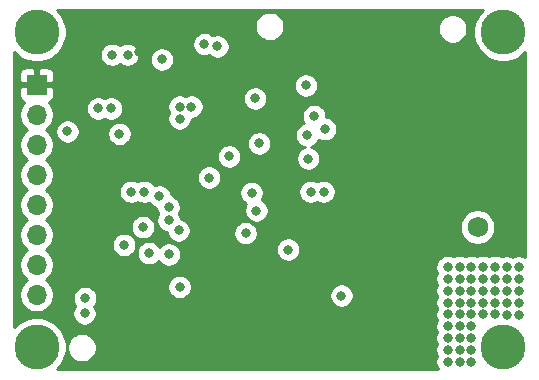
<source format=gbr>
%TF.GenerationSoftware,KiCad,Pcbnew,5.1.9*%
%TF.CreationDate,2021-02-20T15:12:24-08:00*%
%TF.ProjectId,Transmitter,5472616e-736d-4697-9474-65722e6b6963,rev?*%
%TF.SameCoordinates,Original*%
%TF.FileFunction,Copper,L2,Inr*%
%TF.FilePolarity,Positive*%
%FSLAX46Y46*%
G04 Gerber Fmt 4.6, Leading zero omitted, Abs format (unit mm)*
G04 Created by KiCad (PCBNEW 5.1.9) date 2021-02-20 15:12:24*
%MOMM*%
%LPD*%
G01*
G04 APERTURE LIST*
%TA.AperFunction,ComponentPad*%
%ADD10C,1.750000*%
%TD*%
%TA.AperFunction,ComponentPad*%
%ADD11C,3.800000*%
%TD*%
%TA.AperFunction,ComponentPad*%
%ADD12O,1.700000X1.700000*%
%TD*%
%TA.AperFunction,ComponentPad*%
%ADD13R,1.700000X1.700000*%
%TD*%
%TA.AperFunction,ViaPad*%
%ADD14C,0.800000*%
%TD*%
%TA.AperFunction,Conductor*%
%ADD15C,0.254000*%
%TD*%
%TA.AperFunction,Conductor*%
%ADD16C,0.100000*%
%TD*%
G04 APERTURE END LIST*
D10*
%TO.N,Net-(J1-Pad1)*%
%TO.C,J1*%
X111633000Y-90805000D03*
%TD*%
D11*
%TO.N,GND*%
%TO.C,H1*%
X74295000Y-74295000D03*
%TD*%
%TO.N,GND*%
%TO.C,H2*%
X74295000Y-100965000D03*
%TD*%
%TO.N,GND*%
%TO.C,H3*%
X113792000Y-74295000D03*
%TD*%
%TO.N,GND*%
%TO.C,H4*%
X113792000Y-100965000D03*
%TD*%
D12*
%TO.N,GND*%
%TO.C,J7*%
X74295000Y-96520000D03*
%TO.N,SYS_WAKEUP*%
X74295000Y-93980000D03*
%TO.N,USART2_CTS*%
X74295000Y-91440000D03*
%TO.N,USART2_RTS*%
X74295000Y-88900000D03*
%TO.N,ADC_9*%
X74295000Y-86360000D03*
%TO.N,ADC_8*%
X74295000Y-83820000D03*
%TO.N,ADC_1*%
X74295000Y-81280000D03*
D13*
%TO.N,+3V3*%
X74295000Y-78740000D03*
%TD*%
D14*
%TO.N,+3V3*%
X91000000Y-98000000D03*
X91000000Y-99000000D03*
X91000000Y-100000000D03*
X90000000Y-100000000D03*
X90000000Y-99000000D03*
X90000000Y-98000000D03*
X89000000Y-98000000D03*
X89000000Y-99000000D03*
X89000000Y-100000000D03*
X112000000Y-82000000D03*
X83000000Y-76000000D03*
X85000000Y-74000000D03*
X85000000Y-73000000D03*
X91000000Y-73000000D03*
X88300000Y-83200000D03*
X89300000Y-83200000D03*
X80200000Y-96300000D03*
X81200000Y-96300000D03*
X92500000Y-85800000D03*
X76900000Y-94830000D03*
X104000000Y-75700000D03*
X97000000Y-101600000D03*
%TO.N,GND*%
X109105000Y-94179000D03*
X110105000Y-94179000D03*
X111105000Y-94179000D03*
X112105000Y-94179000D03*
X114100000Y-94200000D03*
X113105000Y-94179000D03*
X115100000Y-94200000D03*
X115100000Y-94200000D03*
X115100000Y-98200000D03*
X113105000Y-98179000D03*
X114100000Y-98200000D03*
X109105000Y-95179000D03*
X110105000Y-95179000D03*
X111105000Y-95179000D03*
X112105000Y-95179000D03*
X113105000Y-95179000D03*
X114100000Y-95200000D03*
X114100000Y-95200000D03*
X115100000Y-95200000D03*
X115100000Y-96200000D03*
X115100000Y-97200000D03*
X114100000Y-96200000D03*
X114100000Y-97200000D03*
X113105000Y-97179000D03*
X113105000Y-97179000D03*
X112105000Y-96179000D03*
X113105000Y-96179000D03*
X112105000Y-97179000D03*
X112105000Y-98179000D03*
X111105000Y-102179000D03*
X111105000Y-101179000D03*
X111105000Y-100179000D03*
X111105000Y-99179000D03*
X111105000Y-98179000D03*
X111105000Y-97179000D03*
X111105000Y-96179000D03*
X110105000Y-96179000D03*
X110105000Y-97179000D03*
X110105000Y-98179000D03*
X110105000Y-99179000D03*
X110105000Y-101179000D03*
X110105000Y-100179000D03*
X110105000Y-102179000D03*
X109105000Y-102179000D03*
X109105000Y-101179000D03*
X109105000Y-100179000D03*
X109105000Y-99179000D03*
X109105000Y-98179000D03*
X109105000Y-97179000D03*
X109105000Y-96179000D03*
X82000000Y-76200000D03*
X88500000Y-75300000D03*
X86400000Y-81600000D03*
X86400000Y-80600000D03*
X87400000Y-80600000D03*
X80700000Y-76200000D03*
X79500000Y-80750000D03*
X80600000Y-80750000D03*
X88900000Y-86600000D03*
X81300000Y-82900000D03*
X78358002Y-98100000D03*
X97500000Y-87800000D03*
X98600000Y-87800000D03*
X98700000Y-82500000D03*
X97800000Y-81400000D03*
%TO.N,HSE_IN*%
X85500000Y-93100000D03*
%TO.N,Net-(CFG1-Pad2)*%
X92900000Y-89400000D03*
%TO.N,USART2_TX*%
X83300000Y-90800000D03*
X95600000Y-92700000D03*
%TO.N,USART2_RX*%
X81700000Y-92300000D03*
X100100000Y-96600000D03*
%TO.N,I2C_SDA*%
X84900000Y-76600000D03*
%TO.N,I2C_SCL*%
X89600000Y-75500000D03*
%TO.N,MOSI*%
X92800000Y-79900000D03*
%TO.N,MISO*%
X90595010Y-84800000D03*
X97100000Y-78800000D03*
%TO.N,SCK*%
X97200000Y-83000000D03*
%TO.N,CS*%
X92000000Y-91300000D03*
X93134998Y-83700000D03*
X97300000Y-85000000D03*
%TO.N,ADC_1*%
X86323959Y-91073959D03*
%TO.N,ADC_8*%
X85473959Y-89100000D03*
%TO.N,ADC_9*%
X84700000Y-88200000D03*
%TO.N,USART2_RTS*%
X82300000Y-87800000D03*
%TO.N,USART2_CTS*%
X83400000Y-87800000D03*
%TO.N,SYS_WAKEUP*%
X86414352Y-95862000D03*
%TO.N,RST*%
X92500000Y-87900000D03*
X85473959Y-90200000D03*
%TO.N,NRST*%
X83800000Y-93000000D03*
X76900000Y-82700000D03*
%TO.N,Net-(R9-Pad1)*%
X78400000Y-96800000D03*
%TD*%
D15*
%TO.N,+3V3*%
X111822937Y-72679032D02*
X111545512Y-73094227D01*
X111354418Y-73555568D01*
X111257000Y-74045324D01*
X111257000Y-74544676D01*
X111354418Y-75034432D01*
X111545512Y-75495773D01*
X111822937Y-75910968D01*
X112176032Y-76264063D01*
X112591227Y-76541488D01*
X113052568Y-76732582D01*
X113542324Y-76830000D01*
X114041676Y-76830000D01*
X114531432Y-76732582D01*
X114992773Y-76541488D01*
X115407968Y-76264063D01*
X115672001Y-76000030D01*
X115672000Y-93337415D01*
X115590256Y-93282795D01*
X115401898Y-93204774D01*
X115201939Y-93165000D01*
X114998061Y-93165000D01*
X114798102Y-93204774D01*
X114609744Y-93282795D01*
X114600000Y-93289306D01*
X114590256Y-93282795D01*
X114401898Y-93204774D01*
X114201939Y-93165000D01*
X113998061Y-93165000D01*
X113798102Y-93204774D01*
X113620202Y-93278463D01*
X113595256Y-93261795D01*
X113406898Y-93183774D01*
X113206939Y-93144000D01*
X113003061Y-93144000D01*
X112803102Y-93183774D01*
X112614744Y-93261795D01*
X112605000Y-93268306D01*
X112595256Y-93261795D01*
X112406898Y-93183774D01*
X112206939Y-93144000D01*
X112003061Y-93144000D01*
X111803102Y-93183774D01*
X111614744Y-93261795D01*
X111605000Y-93268306D01*
X111595256Y-93261795D01*
X111406898Y-93183774D01*
X111206939Y-93144000D01*
X111003061Y-93144000D01*
X110803102Y-93183774D01*
X110614744Y-93261795D01*
X110605000Y-93268306D01*
X110595256Y-93261795D01*
X110406898Y-93183774D01*
X110206939Y-93144000D01*
X110003061Y-93144000D01*
X109803102Y-93183774D01*
X109614744Y-93261795D01*
X109605000Y-93268306D01*
X109595256Y-93261795D01*
X109406898Y-93183774D01*
X109206939Y-93144000D01*
X109003061Y-93144000D01*
X108803102Y-93183774D01*
X108614744Y-93261795D01*
X108445226Y-93375063D01*
X108301063Y-93519226D01*
X108187795Y-93688744D01*
X108109774Y-93877102D01*
X108070000Y-94077061D01*
X108070000Y-94280939D01*
X108109774Y-94480898D01*
X108187795Y-94669256D01*
X108194306Y-94679000D01*
X108187795Y-94688744D01*
X108109774Y-94877102D01*
X108070000Y-95077061D01*
X108070000Y-95280939D01*
X108109774Y-95480898D01*
X108187795Y-95669256D01*
X108194306Y-95679000D01*
X108187795Y-95688744D01*
X108109774Y-95877102D01*
X108070000Y-96077061D01*
X108070000Y-96280939D01*
X108109774Y-96480898D01*
X108187795Y-96669256D01*
X108194306Y-96679000D01*
X108187795Y-96688744D01*
X108109774Y-96877102D01*
X108070000Y-97077061D01*
X108070000Y-97280939D01*
X108109774Y-97480898D01*
X108187795Y-97669256D01*
X108194306Y-97679000D01*
X108187795Y-97688744D01*
X108109774Y-97877102D01*
X108070000Y-98077061D01*
X108070000Y-98280939D01*
X108109774Y-98480898D01*
X108187795Y-98669256D01*
X108194306Y-98679000D01*
X108187795Y-98688744D01*
X108109774Y-98877102D01*
X108070000Y-99077061D01*
X108070000Y-99280939D01*
X108109774Y-99480898D01*
X108187795Y-99669256D01*
X108194306Y-99679000D01*
X108187795Y-99688744D01*
X108109774Y-99877102D01*
X108070000Y-100077061D01*
X108070000Y-100280939D01*
X108109774Y-100480898D01*
X108187795Y-100669256D01*
X108194306Y-100679000D01*
X108187795Y-100688744D01*
X108109774Y-100877102D01*
X108070000Y-101077061D01*
X108070000Y-101280939D01*
X108109774Y-101480898D01*
X108187795Y-101669256D01*
X108194306Y-101679000D01*
X108187795Y-101688744D01*
X108109774Y-101877102D01*
X108070000Y-102077061D01*
X108070000Y-102280939D01*
X108109774Y-102480898D01*
X108187795Y-102669256D01*
X108301063Y-102838774D01*
X108307289Y-102845000D01*
X76000031Y-102845000D01*
X76264063Y-102580968D01*
X76541488Y-102165773D01*
X76732582Y-101704432D01*
X76830000Y-101214676D01*
X76830000Y-100876890D01*
X76874048Y-100876890D01*
X76874048Y-101123110D01*
X76922083Y-101364598D01*
X77016307Y-101592074D01*
X77153099Y-101796798D01*
X77327202Y-101970901D01*
X77531926Y-102107693D01*
X77759402Y-102201917D01*
X78000890Y-102249952D01*
X78247110Y-102249952D01*
X78488598Y-102201917D01*
X78716074Y-102107693D01*
X78920798Y-101970901D01*
X79094901Y-101796798D01*
X79231693Y-101592074D01*
X79325917Y-101364598D01*
X79373952Y-101123110D01*
X79373952Y-100876890D01*
X79325917Y-100635402D01*
X79231693Y-100407926D01*
X79094901Y-100203202D01*
X78920798Y-100029099D01*
X78716074Y-99892307D01*
X78488598Y-99798083D01*
X78247110Y-99750048D01*
X78000890Y-99750048D01*
X77759402Y-99798083D01*
X77531926Y-99892307D01*
X77327202Y-100029099D01*
X77153099Y-100203202D01*
X77016307Y-100407926D01*
X76922083Y-100635402D01*
X76874048Y-100876890D01*
X76830000Y-100876890D01*
X76830000Y-100715324D01*
X76732582Y-100225568D01*
X76541488Y-99764227D01*
X76264063Y-99349032D01*
X75910968Y-98995937D01*
X75495773Y-98718512D01*
X75034432Y-98527418D01*
X74544676Y-98430000D01*
X74045324Y-98430000D01*
X73555568Y-98527418D01*
X73094227Y-98718512D01*
X72679032Y-98995937D01*
X72415000Y-99259969D01*
X72415000Y-79590000D01*
X72806928Y-79590000D01*
X72819188Y-79714482D01*
X72855498Y-79834180D01*
X72914463Y-79944494D01*
X72993815Y-80041185D01*
X73090506Y-80120537D01*
X73200820Y-80179502D01*
X73273380Y-80201513D01*
X73141525Y-80333368D01*
X72979010Y-80576589D01*
X72867068Y-80846842D01*
X72810000Y-81133740D01*
X72810000Y-81426260D01*
X72867068Y-81713158D01*
X72979010Y-81983411D01*
X73141525Y-82226632D01*
X73348368Y-82433475D01*
X73522760Y-82550000D01*
X73348368Y-82666525D01*
X73141525Y-82873368D01*
X72979010Y-83116589D01*
X72867068Y-83386842D01*
X72810000Y-83673740D01*
X72810000Y-83966260D01*
X72867068Y-84253158D01*
X72979010Y-84523411D01*
X73141525Y-84766632D01*
X73348368Y-84973475D01*
X73522760Y-85090000D01*
X73348368Y-85206525D01*
X73141525Y-85413368D01*
X72979010Y-85656589D01*
X72867068Y-85926842D01*
X72810000Y-86213740D01*
X72810000Y-86506260D01*
X72867068Y-86793158D01*
X72979010Y-87063411D01*
X73141525Y-87306632D01*
X73348368Y-87513475D01*
X73522760Y-87630000D01*
X73348368Y-87746525D01*
X73141525Y-87953368D01*
X72979010Y-88196589D01*
X72867068Y-88466842D01*
X72810000Y-88753740D01*
X72810000Y-89046260D01*
X72867068Y-89333158D01*
X72979010Y-89603411D01*
X73141525Y-89846632D01*
X73348368Y-90053475D01*
X73522760Y-90170000D01*
X73348368Y-90286525D01*
X73141525Y-90493368D01*
X72979010Y-90736589D01*
X72867068Y-91006842D01*
X72810000Y-91293740D01*
X72810000Y-91586260D01*
X72867068Y-91873158D01*
X72979010Y-92143411D01*
X73141525Y-92386632D01*
X73348368Y-92593475D01*
X73522760Y-92710000D01*
X73348368Y-92826525D01*
X73141525Y-93033368D01*
X72979010Y-93276589D01*
X72867068Y-93546842D01*
X72810000Y-93833740D01*
X72810000Y-94126260D01*
X72867068Y-94413158D01*
X72979010Y-94683411D01*
X73141525Y-94926632D01*
X73348368Y-95133475D01*
X73522760Y-95250000D01*
X73348368Y-95366525D01*
X73141525Y-95573368D01*
X72979010Y-95816589D01*
X72867068Y-96086842D01*
X72810000Y-96373740D01*
X72810000Y-96666260D01*
X72867068Y-96953158D01*
X72979010Y-97223411D01*
X73141525Y-97466632D01*
X73348368Y-97673475D01*
X73591589Y-97835990D01*
X73861842Y-97947932D01*
X74148740Y-98005000D01*
X74441260Y-98005000D01*
X74476144Y-97998061D01*
X77323002Y-97998061D01*
X77323002Y-98201939D01*
X77362776Y-98401898D01*
X77440797Y-98590256D01*
X77554065Y-98759774D01*
X77698228Y-98903937D01*
X77867746Y-99017205D01*
X78056104Y-99095226D01*
X78256063Y-99135000D01*
X78459941Y-99135000D01*
X78659900Y-99095226D01*
X78848258Y-99017205D01*
X79017776Y-98903937D01*
X79161939Y-98759774D01*
X79275207Y-98590256D01*
X79353228Y-98401898D01*
X79393002Y-98201939D01*
X79393002Y-97998061D01*
X79353228Y-97798102D01*
X79275207Y-97609744D01*
X79186591Y-97477120D01*
X79203937Y-97459774D01*
X79317205Y-97290256D01*
X79395226Y-97101898D01*
X79435000Y-96901939D01*
X79435000Y-96698061D01*
X79395226Y-96498102D01*
X79317205Y-96309744D01*
X79203937Y-96140226D01*
X79059774Y-95996063D01*
X78890256Y-95882795D01*
X78701898Y-95804774D01*
X78501939Y-95765000D01*
X78298061Y-95765000D01*
X78098102Y-95804774D01*
X77909744Y-95882795D01*
X77740226Y-95996063D01*
X77596063Y-96140226D01*
X77482795Y-96309744D01*
X77404774Y-96498102D01*
X77365000Y-96698061D01*
X77365000Y-96901939D01*
X77404774Y-97101898D01*
X77482795Y-97290256D01*
X77571411Y-97422880D01*
X77554065Y-97440226D01*
X77440797Y-97609744D01*
X77362776Y-97798102D01*
X77323002Y-97998061D01*
X74476144Y-97998061D01*
X74728158Y-97947932D01*
X74998411Y-97835990D01*
X75241632Y-97673475D01*
X75448475Y-97466632D01*
X75610990Y-97223411D01*
X75722932Y-96953158D01*
X75780000Y-96666260D01*
X75780000Y-96373740D01*
X75722932Y-96086842D01*
X75610990Y-95816589D01*
X75573220Y-95760061D01*
X85379352Y-95760061D01*
X85379352Y-95963939D01*
X85419126Y-96163898D01*
X85497147Y-96352256D01*
X85610415Y-96521774D01*
X85754578Y-96665937D01*
X85924096Y-96779205D01*
X86112454Y-96857226D01*
X86312413Y-96897000D01*
X86516291Y-96897000D01*
X86716250Y-96857226D01*
X86904608Y-96779205D01*
X87074126Y-96665937D01*
X87218289Y-96521774D01*
X87234133Y-96498061D01*
X99065000Y-96498061D01*
X99065000Y-96701939D01*
X99104774Y-96901898D01*
X99182795Y-97090256D01*
X99296063Y-97259774D01*
X99440226Y-97403937D01*
X99609744Y-97517205D01*
X99798102Y-97595226D01*
X99998061Y-97635000D01*
X100201939Y-97635000D01*
X100401898Y-97595226D01*
X100590256Y-97517205D01*
X100759774Y-97403937D01*
X100903937Y-97259774D01*
X101017205Y-97090256D01*
X101095226Y-96901898D01*
X101135000Y-96701939D01*
X101135000Y-96498061D01*
X101095226Y-96298102D01*
X101017205Y-96109744D01*
X100903937Y-95940226D01*
X100759774Y-95796063D01*
X100590256Y-95682795D01*
X100401898Y-95604774D01*
X100201939Y-95565000D01*
X99998061Y-95565000D01*
X99798102Y-95604774D01*
X99609744Y-95682795D01*
X99440226Y-95796063D01*
X99296063Y-95940226D01*
X99182795Y-96109744D01*
X99104774Y-96298102D01*
X99065000Y-96498061D01*
X87234133Y-96498061D01*
X87331557Y-96352256D01*
X87409578Y-96163898D01*
X87449352Y-95963939D01*
X87449352Y-95760061D01*
X87409578Y-95560102D01*
X87331557Y-95371744D01*
X87218289Y-95202226D01*
X87074126Y-95058063D01*
X86904608Y-94944795D01*
X86716250Y-94866774D01*
X86516291Y-94827000D01*
X86312413Y-94827000D01*
X86112454Y-94866774D01*
X85924096Y-94944795D01*
X85754578Y-95058063D01*
X85610415Y-95202226D01*
X85497147Y-95371744D01*
X85419126Y-95560102D01*
X85379352Y-95760061D01*
X75573220Y-95760061D01*
X75448475Y-95573368D01*
X75241632Y-95366525D01*
X75067240Y-95250000D01*
X75241632Y-95133475D01*
X75448475Y-94926632D01*
X75610990Y-94683411D01*
X75722932Y-94413158D01*
X75780000Y-94126260D01*
X75780000Y-93833740D01*
X75722932Y-93546842D01*
X75610990Y-93276589D01*
X75448475Y-93033368D01*
X75241632Y-92826525D01*
X75067240Y-92710000D01*
X75241632Y-92593475D01*
X75448475Y-92386632D01*
X75574474Y-92198061D01*
X80665000Y-92198061D01*
X80665000Y-92401939D01*
X80704774Y-92601898D01*
X80782795Y-92790256D01*
X80896063Y-92959774D01*
X81040226Y-93103937D01*
X81209744Y-93217205D01*
X81398102Y-93295226D01*
X81598061Y-93335000D01*
X81801939Y-93335000D01*
X82001898Y-93295226D01*
X82190256Y-93217205D01*
X82359774Y-93103937D01*
X82503937Y-92959774D01*
X82545172Y-92898061D01*
X82765000Y-92898061D01*
X82765000Y-93101939D01*
X82804774Y-93301898D01*
X82882795Y-93490256D01*
X82996063Y-93659774D01*
X83140226Y-93803937D01*
X83309744Y-93917205D01*
X83498102Y-93995226D01*
X83698061Y-94035000D01*
X83901939Y-94035000D01*
X84101898Y-93995226D01*
X84290256Y-93917205D01*
X84459774Y-93803937D01*
X84603937Y-93659774D01*
X84616591Y-93640836D01*
X84696063Y-93759774D01*
X84840226Y-93903937D01*
X85009744Y-94017205D01*
X85198102Y-94095226D01*
X85398061Y-94135000D01*
X85601939Y-94135000D01*
X85801898Y-94095226D01*
X85990256Y-94017205D01*
X86159774Y-93903937D01*
X86303937Y-93759774D01*
X86417205Y-93590256D01*
X86495226Y-93401898D01*
X86535000Y-93201939D01*
X86535000Y-92998061D01*
X86495226Y-92798102D01*
X86417205Y-92609744D01*
X86409399Y-92598061D01*
X94565000Y-92598061D01*
X94565000Y-92801939D01*
X94604774Y-93001898D01*
X94682795Y-93190256D01*
X94796063Y-93359774D01*
X94940226Y-93503937D01*
X95109744Y-93617205D01*
X95298102Y-93695226D01*
X95498061Y-93735000D01*
X95701939Y-93735000D01*
X95901898Y-93695226D01*
X96090256Y-93617205D01*
X96259774Y-93503937D01*
X96403937Y-93359774D01*
X96517205Y-93190256D01*
X96595226Y-93001898D01*
X96635000Y-92801939D01*
X96635000Y-92598061D01*
X96595226Y-92398102D01*
X96517205Y-92209744D01*
X96403937Y-92040226D01*
X96259774Y-91896063D01*
X96090256Y-91782795D01*
X95901898Y-91704774D01*
X95701939Y-91665000D01*
X95498061Y-91665000D01*
X95298102Y-91704774D01*
X95109744Y-91782795D01*
X94940226Y-91896063D01*
X94796063Y-92040226D01*
X94682795Y-92209744D01*
X94604774Y-92398102D01*
X94565000Y-92598061D01*
X86409399Y-92598061D01*
X86303937Y-92440226D01*
X86159774Y-92296063D01*
X85990256Y-92182795D01*
X85801898Y-92104774D01*
X85601939Y-92065000D01*
X85398061Y-92065000D01*
X85198102Y-92104774D01*
X85009744Y-92182795D01*
X84840226Y-92296063D01*
X84696063Y-92440226D01*
X84683409Y-92459164D01*
X84603937Y-92340226D01*
X84459774Y-92196063D01*
X84290256Y-92082795D01*
X84101898Y-92004774D01*
X83901939Y-91965000D01*
X83698061Y-91965000D01*
X83498102Y-92004774D01*
X83309744Y-92082795D01*
X83140226Y-92196063D01*
X82996063Y-92340226D01*
X82882795Y-92509744D01*
X82804774Y-92698102D01*
X82765000Y-92898061D01*
X82545172Y-92898061D01*
X82617205Y-92790256D01*
X82695226Y-92601898D01*
X82735000Y-92401939D01*
X82735000Y-92198061D01*
X82695226Y-91998102D01*
X82617205Y-91809744D01*
X82503937Y-91640226D01*
X82359774Y-91496063D01*
X82190256Y-91382795D01*
X82001898Y-91304774D01*
X81801939Y-91265000D01*
X81598061Y-91265000D01*
X81398102Y-91304774D01*
X81209744Y-91382795D01*
X81040226Y-91496063D01*
X80896063Y-91640226D01*
X80782795Y-91809744D01*
X80704774Y-91998102D01*
X80665000Y-92198061D01*
X75574474Y-92198061D01*
X75610990Y-92143411D01*
X75722932Y-91873158D01*
X75780000Y-91586260D01*
X75780000Y-91293740D01*
X75722932Y-91006842D01*
X75610990Y-90736589D01*
X75585247Y-90698061D01*
X82265000Y-90698061D01*
X82265000Y-90901939D01*
X82304774Y-91101898D01*
X82382795Y-91290256D01*
X82496063Y-91459774D01*
X82640226Y-91603937D01*
X82809744Y-91717205D01*
X82998102Y-91795226D01*
X83198061Y-91835000D01*
X83401939Y-91835000D01*
X83601898Y-91795226D01*
X83790256Y-91717205D01*
X83959774Y-91603937D01*
X84103937Y-91459774D01*
X84217205Y-91290256D01*
X84295226Y-91101898D01*
X84335000Y-90901939D01*
X84335000Y-90698061D01*
X84295226Y-90498102D01*
X84217205Y-90309744D01*
X84103937Y-90140226D01*
X83959774Y-89996063D01*
X83790256Y-89882795D01*
X83601898Y-89804774D01*
X83401939Y-89765000D01*
X83198061Y-89765000D01*
X82998102Y-89804774D01*
X82809744Y-89882795D01*
X82640226Y-89996063D01*
X82496063Y-90140226D01*
X82382795Y-90309744D01*
X82304774Y-90498102D01*
X82265000Y-90698061D01*
X75585247Y-90698061D01*
X75448475Y-90493368D01*
X75241632Y-90286525D01*
X75067240Y-90170000D01*
X75241632Y-90053475D01*
X75448475Y-89846632D01*
X75610990Y-89603411D01*
X75722932Y-89333158D01*
X75780000Y-89046260D01*
X75780000Y-88753740D01*
X75722932Y-88466842D01*
X75610990Y-88196589D01*
X75448475Y-87953368D01*
X75241632Y-87746525D01*
X75169101Y-87698061D01*
X81265000Y-87698061D01*
X81265000Y-87901939D01*
X81304774Y-88101898D01*
X81382795Y-88290256D01*
X81496063Y-88459774D01*
X81640226Y-88603937D01*
X81809744Y-88717205D01*
X81998102Y-88795226D01*
X82198061Y-88835000D01*
X82401939Y-88835000D01*
X82601898Y-88795226D01*
X82790256Y-88717205D01*
X82850000Y-88677285D01*
X82909744Y-88717205D01*
X83098102Y-88795226D01*
X83298061Y-88835000D01*
X83501939Y-88835000D01*
X83701898Y-88795226D01*
X83820193Y-88746226D01*
X83896063Y-88859774D01*
X84040226Y-89003937D01*
X84209744Y-89117205D01*
X84398102Y-89195226D01*
X84439252Y-89203411D01*
X84478733Y-89401898D01*
X84556754Y-89590256D01*
X84596674Y-89650000D01*
X84556754Y-89709744D01*
X84478733Y-89898102D01*
X84438959Y-90098061D01*
X84438959Y-90301939D01*
X84478733Y-90501898D01*
X84556754Y-90690256D01*
X84670022Y-90859774D01*
X84814185Y-91003937D01*
X84983703Y-91117205D01*
X85172061Y-91195226D01*
X85297778Y-91220232D01*
X85328733Y-91375857D01*
X85406754Y-91564215D01*
X85520022Y-91733733D01*
X85664185Y-91877896D01*
X85833703Y-91991164D01*
X86022061Y-92069185D01*
X86222020Y-92108959D01*
X86425898Y-92108959D01*
X86625857Y-92069185D01*
X86814215Y-91991164D01*
X86983733Y-91877896D01*
X87127896Y-91733733D01*
X87241164Y-91564215D01*
X87319185Y-91375857D01*
X87354550Y-91198061D01*
X90965000Y-91198061D01*
X90965000Y-91401939D01*
X91004774Y-91601898D01*
X91082795Y-91790256D01*
X91196063Y-91959774D01*
X91340226Y-92103937D01*
X91509744Y-92217205D01*
X91698102Y-92295226D01*
X91898061Y-92335000D01*
X92101939Y-92335000D01*
X92301898Y-92295226D01*
X92490256Y-92217205D01*
X92659774Y-92103937D01*
X92803937Y-91959774D01*
X92917205Y-91790256D01*
X92995226Y-91601898D01*
X93035000Y-91401939D01*
X93035000Y-91198061D01*
X92995226Y-90998102D01*
X92917205Y-90809744D01*
X92814663Y-90656278D01*
X110123000Y-90656278D01*
X110123000Y-90953722D01*
X110181029Y-91245451D01*
X110294856Y-91520253D01*
X110460107Y-91767569D01*
X110670431Y-91977893D01*
X110917747Y-92143144D01*
X111192549Y-92256971D01*
X111484278Y-92315000D01*
X111781722Y-92315000D01*
X112073451Y-92256971D01*
X112348253Y-92143144D01*
X112595569Y-91977893D01*
X112805893Y-91767569D01*
X112971144Y-91520253D01*
X113084971Y-91245451D01*
X113143000Y-90953722D01*
X113143000Y-90656278D01*
X113084971Y-90364549D01*
X112971144Y-90089747D01*
X112805893Y-89842431D01*
X112595569Y-89632107D01*
X112348253Y-89466856D01*
X112073451Y-89353029D01*
X111781722Y-89295000D01*
X111484278Y-89295000D01*
X111192549Y-89353029D01*
X110917747Y-89466856D01*
X110670431Y-89632107D01*
X110460107Y-89842431D01*
X110294856Y-90089747D01*
X110181029Y-90364549D01*
X110123000Y-90656278D01*
X92814663Y-90656278D01*
X92803937Y-90640226D01*
X92659774Y-90496063D01*
X92490256Y-90382795D01*
X92301898Y-90304774D01*
X92101939Y-90265000D01*
X91898061Y-90265000D01*
X91698102Y-90304774D01*
X91509744Y-90382795D01*
X91340226Y-90496063D01*
X91196063Y-90640226D01*
X91082795Y-90809744D01*
X91004774Y-90998102D01*
X90965000Y-91198061D01*
X87354550Y-91198061D01*
X87358959Y-91175898D01*
X87358959Y-90972020D01*
X87319185Y-90772061D01*
X87241164Y-90583703D01*
X87127896Y-90414185D01*
X86983733Y-90270022D01*
X86814215Y-90156754D01*
X86625857Y-90078733D01*
X86500140Y-90053727D01*
X86469185Y-89898102D01*
X86391164Y-89709744D01*
X86351244Y-89650000D01*
X86391164Y-89590256D01*
X86469185Y-89401898D01*
X86508959Y-89201939D01*
X86508959Y-88998061D01*
X86469185Y-88798102D01*
X86391164Y-88609744D01*
X86277896Y-88440226D01*
X86133733Y-88296063D01*
X85964215Y-88182795D01*
X85775857Y-88104774D01*
X85734707Y-88096589D01*
X85695226Y-87898102D01*
X85653788Y-87798061D01*
X91465000Y-87798061D01*
X91465000Y-88001939D01*
X91504774Y-88201898D01*
X91582795Y-88390256D01*
X91696063Y-88559774D01*
X91840226Y-88703937D01*
X92009744Y-88817205D01*
X92037066Y-88828522D01*
X91982795Y-88909744D01*
X91904774Y-89098102D01*
X91865000Y-89298061D01*
X91865000Y-89501939D01*
X91904774Y-89701898D01*
X91982795Y-89890256D01*
X92096063Y-90059774D01*
X92240226Y-90203937D01*
X92409744Y-90317205D01*
X92598102Y-90395226D01*
X92798061Y-90435000D01*
X93001939Y-90435000D01*
X93201898Y-90395226D01*
X93390256Y-90317205D01*
X93559774Y-90203937D01*
X93703937Y-90059774D01*
X93817205Y-89890256D01*
X93895226Y-89701898D01*
X93935000Y-89501939D01*
X93935000Y-89298061D01*
X93895226Y-89098102D01*
X93817205Y-88909744D01*
X93703937Y-88740226D01*
X93559774Y-88596063D01*
X93390256Y-88482795D01*
X93362934Y-88471478D01*
X93417205Y-88390256D01*
X93495226Y-88201898D01*
X93535000Y-88001939D01*
X93535000Y-87798061D01*
X93515109Y-87698061D01*
X96465000Y-87698061D01*
X96465000Y-87901939D01*
X96504774Y-88101898D01*
X96582795Y-88290256D01*
X96696063Y-88459774D01*
X96840226Y-88603937D01*
X97009744Y-88717205D01*
X97198102Y-88795226D01*
X97398061Y-88835000D01*
X97601939Y-88835000D01*
X97801898Y-88795226D01*
X97990256Y-88717205D01*
X98050000Y-88677285D01*
X98109744Y-88717205D01*
X98298102Y-88795226D01*
X98498061Y-88835000D01*
X98701939Y-88835000D01*
X98901898Y-88795226D01*
X99090256Y-88717205D01*
X99259774Y-88603937D01*
X99403937Y-88459774D01*
X99517205Y-88290256D01*
X99595226Y-88101898D01*
X99635000Y-87901939D01*
X99635000Y-87698061D01*
X99595226Y-87498102D01*
X99517205Y-87309744D01*
X99403937Y-87140226D01*
X99259774Y-86996063D01*
X99090256Y-86882795D01*
X98901898Y-86804774D01*
X98701939Y-86765000D01*
X98498061Y-86765000D01*
X98298102Y-86804774D01*
X98109744Y-86882795D01*
X98050000Y-86922715D01*
X97990256Y-86882795D01*
X97801898Y-86804774D01*
X97601939Y-86765000D01*
X97398061Y-86765000D01*
X97198102Y-86804774D01*
X97009744Y-86882795D01*
X96840226Y-86996063D01*
X96696063Y-87140226D01*
X96582795Y-87309744D01*
X96504774Y-87498102D01*
X96465000Y-87698061D01*
X93515109Y-87698061D01*
X93495226Y-87598102D01*
X93417205Y-87409744D01*
X93303937Y-87240226D01*
X93159774Y-87096063D01*
X92990256Y-86982795D01*
X92801898Y-86904774D01*
X92601939Y-86865000D01*
X92398061Y-86865000D01*
X92198102Y-86904774D01*
X92009744Y-86982795D01*
X91840226Y-87096063D01*
X91696063Y-87240226D01*
X91582795Y-87409744D01*
X91504774Y-87598102D01*
X91465000Y-87798061D01*
X85653788Y-87798061D01*
X85617205Y-87709744D01*
X85503937Y-87540226D01*
X85359774Y-87396063D01*
X85190256Y-87282795D01*
X85001898Y-87204774D01*
X84801939Y-87165000D01*
X84598061Y-87165000D01*
X84398102Y-87204774D01*
X84279807Y-87253774D01*
X84203937Y-87140226D01*
X84059774Y-86996063D01*
X83890256Y-86882795D01*
X83701898Y-86804774D01*
X83501939Y-86765000D01*
X83298061Y-86765000D01*
X83098102Y-86804774D01*
X82909744Y-86882795D01*
X82850000Y-86922715D01*
X82790256Y-86882795D01*
X82601898Y-86804774D01*
X82401939Y-86765000D01*
X82198061Y-86765000D01*
X81998102Y-86804774D01*
X81809744Y-86882795D01*
X81640226Y-86996063D01*
X81496063Y-87140226D01*
X81382795Y-87309744D01*
X81304774Y-87498102D01*
X81265000Y-87698061D01*
X75169101Y-87698061D01*
X75067240Y-87630000D01*
X75241632Y-87513475D01*
X75448475Y-87306632D01*
X75610990Y-87063411D01*
X75722932Y-86793158D01*
X75780000Y-86506260D01*
X75780000Y-86498061D01*
X87865000Y-86498061D01*
X87865000Y-86701939D01*
X87904774Y-86901898D01*
X87982795Y-87090256D01*
X88096063Y-87259774D01*
X88240226Y-87403937D01*
X88409744Y-87517205D01*
X88598102Y-87595226D01*
X88798061Y-87635000D01*
X89001939Y-87635000D01*
X89201898Y-87595226D01*
X89390256Y-87517205D01*
X89559774Y-87403937D01*
X89703937Y-87259774D01*
X89817205Y-87090256D01*
X89895226Y-86901898D01*
X89935000Y-86701939D01*
X89935000Y-86498061D01*
X89895226Y-86298102D01*
X89817205Y-86109744D01*
X89703937Y-85940226D01*
X89559774Y-85796063D01*
X89390256Y-85682795D01*
X89201898Y-85604774D01*
X89001939Y-85565000D01*
X88798061Y-85565000D01*
X88598102Y-85604774D01*
X88409744Y-85682795D01*
X88240226Y-85796063D01*
X88096063Y-85940226D01*
X87982795Y-86109744D01*
X87904774Y-86298102D01*
X87865000Y-86498061D01*
X75780000Y-86498061D01*
X75780000Y-86213740D01*
X75722932Y-85926842D01*
X75610990Y-85656589D01*
X75448475Y-85413368D01*
X75241632Y-85206525D01*
X75067240Y-85090000D01*
X75241632Y-84973475D01*
X75448475Y-84766632D01*
X75494292Y-84698061D01*
X89560010Y-84698061D01*
X89560010Y-84901939D01*
X89599784Y-85101898D01*
X89677805Y-85290256D01*
X89791073Y-85459774D01*
X89935236Y-85603937D01*
X90104754Y-85717205D01*
X90293112Y-85795226D01*
X90493071Y-85835000D01*
X90696949Y-85835000D01*
X90896908Y-85795226D01*
X91085266Y-85717205D01*
X91254784Y-85603937D01*
X91398947Y-85459774D01*
X91512215Y-85290256D01*
X91590236Y-85101898D01*
X91630010Y-84901939D01*
X91630010Y-84698061D01*
X91590236Y-84498102D01*
X91512215Y-84309744D01*
X91398947Y-84140226D01*
X91254784Y-83996063D01*
X91085266Y-83882795D01*
X90896908Y-83804774D01*
X90696949Y-83765000D01*
X90493071Y-83765000D01*
X90293112Y-83804774D01*
X90104754Y-83882795D01*
X89935236Y-83996063D01*
X89791073Y-84140226D01*
X89677805Y-84309744D01*
X89599784Y-84498102D01*
X89560010Y-84698061D01*
X75494292Y-84698061D01*
X75610990Y-84523411D01*
X75722932Y-84253158D01*
X75780000Y-83966260D01*
X75780000Y-83673740D01*
X75722932Y-83386842D01*
X75610990Y-83116589D01*
X75448475Y-82873368D01*
X75241632Y-82666525D01*
X75139169Y-82598061D01*
X75865000Y-82598061D01*
X75865000Y-82801939D01*
X75904774Y-83001898D01*
X75982795Y-83190256D01*
X76096063Y-83359774D01*
X76240226Y-83503937D01*
X76409744Y-83617205D01*
X76598102Y-83695226D01*
X76798061Y-83735000D01*
X77001939Y-83735000D01*
X77201898Y-83695226D01*
X77390256Y-83617205D01*
X77559774Y-83503937D01*
X77703937Y-83359774D01*
X77817205Y-83190256D01*
X77895226Y-83001898D01*
X77935000Y-82801939D01*
X77935000Y-82798061D01*
X80265000Y-82798061D01*
X80265000Y-83001939D01*
X80304774Y-83201898D01*
X80382795Y-83390256D01*
X80496063Y-83559774D01*
X80640226Y-83703937D01*
X80809744Y-83817205D01*
X80998102Y-83895226D01*
X81198061Y-83935000D01*
X81401939Y-83935000D01*
X81601898Y-83895226D01*
X81790256Y-83817205D01*
X81959774Y-83703937D01*
X82065650Y-83598061D01*
X92099998Y-83598061D01*
X92099998Y-83801939D01*
X92139772Y-84001898D01*
X92217793Y-84190256D01*
X92331061Y-84359774D01*
X92475224Y-84503937D01*
X92644742Y-84617205D01*
X92833100Y-84695226D01*
X93033059Y-84735000D01*
X93236937Y-84735000D01*
X93436896Y-84695226D01*
X93625254Y-84617205D01*
X93794772Y-84503937D01*
X93938935Y-84359774D01*
X94052203Y-84190256D01*
X94130224Y-84001898D01*
X94169998Y-83801939D01*
X94169998Y-83598061D01*
X94130224Y-83398102D01*
X94052203Y-83209744D01*
X93938935Y-83040226D01*
X93796770Y-82898061D01*
X96165000Y-82898061D01*
X96165000Y-83101939D01*
X96204774Y-83301898D01*
X96282795Y-83490256D01*
X96396063Y-83659774D01*
X96540226Y-83803937D01*
X96709744Y-83917205D01*
X96898102Y-83995226D01*
X96981233Y-84011762D01*
X96809744Y-84082795D01*
X96640226Y-84196063D01*
X96496063Y-84340226D01*
X96382795Y-84509744D01*
X96304774Y-84698102D01*
X96265000Y-84898061D01*
X96265000Y-85101939D01*
X96304774Y-85301898D01*
X96382795Y-85490256D01*
X96496063Y-85659774D01*
X96640226Y-85803937D01*
X96809744Y-85917205D01*
X96998102Y-85995226D01*
X97198061Y-86035000D01*
X97401939Y-86035000D01*
X97601898Y-85995226D01*
X97790256Y-85917205D01*
X97959774Y-85803937D01*
X98103937Y-85659774D01*
X98217205Y-85490256D01*
X98295226Y-85301898D01*
X98335000Y-85101939D01*
X98335000Y-84898061D01*
X98295226Y-84698102D01*
X98217205Y-84509744D01*
X98103937Y-84340226D01*
X97959774Y-84196063D01*
X97790256Y-84082795D01*
X97601898Y-84004774D01*
X97518767Y-83988238D01*
X97690256Y-83917205D01*
X97859774Y-83803937D01*
X98003937Y-83659774D01*
X98117205Y-83490256D01*
X98160965Y-83384612D01*
X98209744Y-83417205D01*
X98398102Y-83495226D01*
X98598061Y-83535000D01*
X98801939Y-83535000D01*
X99001898Y-83495226D01*
X99190256Y-83417205D01*
X99359774Y-83303937D01*
X99503937Y-83159774D01*
X99617205Y-82990256D01*
X99695226Y-82801898D01*
X99735000Y-82601939D01*
X99735000Y-82398061D01*
X99695226Y-82198102D01*
X99617205Y-82009744D01*
X99503937Y-81840226D01*
X99359774Y-81696063D01*
X99190256Y-81582795D01*
X99001898Y-81504774D01*
X98835000Y-81471576D01*
X98835000Y-81298061D01*
X98795226Y-81098102D01*
X98717205Y-80909744D01*
X98603937Y-80740226D01*
X98459774Y-80596063D01*
X98290256Y-80482795D01*
X98101898Y-80404774D01*
X97901939Y-80365000D01*
X97698061Y-80365000D01*
X97498102Y-80404774D01*
X97309744Y-80482795D01*
X97140226Y-80596063D01*
X96996063Y-80740226D01*
X96882795Y-80909744D01*
X96804774Y-81098102D01*
X96765000Y-81298061D01*
X96765000Y-81501939D01*
X96804774Y-81701898D01*
X96882795Y-81890256D01*
X96952132Y-81994027D01*
X96898102Y-82004774D01*
X96709744Y-82082795D01*
X96540226Y-82196063D01*
X96396063Y-82340226D01*
X96282795Y-82509744D01*
X96204774Y-82698102D01*
X96165000Y-82898061D01*
X93796770Y-82898061D01*
X93794772Y-82896063D01*
X93625254Y-82782795D01*
X93436896Y-82704774D01*
X93236937Y-82665000D01*
X93033059Y-82665000D01*
X92833100Y-82704774D01*
X92644742Y-82782795D01*
X92475224Y-82896063D01*
X92331061Y-83040226D01*
X92217793Y-83209744D01*
X92139772Y-83398102D01*
X92099998Y-83598061D01*
X82065650Y-83598061D01*
X82103937Y-83559774D01*
X82217205Y-83390256D01*
X82295226Y-83201898D01*
X82335000Y-83001939D01*
X82335000Y-82798061D01*
X82295226Y-82598102D01*
X82217205Y-82409744D01*
X82103937Y-82240226D01*
X81959774Y-82096063D01*
X81790256Y-81982795D01*
X81601898Y-81904774D01*
X81401939Y-81865000D01*
X81198061Y-81865000D01*
X80998102Y-81904774D01*
X80809744Y-81982795D01*
X80640226Y-82096063D01*
X80496063Y-82240226D01*
X80382795Y-82409744D01*
X80304774Y-82598102D01*
X80265000Y-82798061D01*
X77935000Y-82798061D01*
X77935000Y-82598061D01*
X77895226Y-82398102D01*
X77817205Y-82209744D01*
X77703937Y-82040226D01*
X77559774Y-81896063D01*
X77390256Y-81782795D01*
X77201898Y-81704774D01*
X77001939Y-81665000D01*
X76798061Y-81665000D01*
X76598102Y-81704774D01*
X76409744Y-81782795D01*
X76240226Y-81896063D01*
X76096063Y-82040226D01*
X75982795Y-82209744D01*
X75904774Y-82398102D01*
X75865000Y-82598061D01*
X75139169Y-82598061D01*
X75067240Y-82550000D01*
X75241632Y-82433475D01*
X75448475Y-82226632D01*
X75610990Y-81983411D01*
X75722932Y-81713158D01*
X75780000Y-81426260D01*
X75780000Y-81133740D01*
X75722932Y-80846842D01*
X75640595Y-80648061D01*
X78465000Y-80648061D01*
X78465000Y-80851939D01*
X78504774Y-81051898D01*
X78582795Y-81240256D01*
X78696063Y-81409774D01*
X78840226Y-81553937D01*
X79009744Y-81667205D01*
X79198102Y-81745226D01*
X79398061Y-81785000D01*
X79601939Y-81785000D01*
X79801898Y-81745226D01*
X79990256Y-81667205D01*
X80050000Y-81627285D01*
X80109744Y-81667205D01*
X80298102Y-81745226D01*
X80498061Y-81785000D01*
X80701939Y-81785000D01*
X80901898Y-81745226D01*
X81090256Y-81667205D01*
X81259774Y-81553937D01*
X81403937Y-81409774D01*
X81517205Y-81240256D01*
X81595226Y-81051898D01*
X81635000Y-80851939D01*
X81635000Y-80648061D01*
X81605164Y-80498061D01*
X85365000Y-80498061D01*
X85365000Y-80701939D01*
X85404774Y-80901898D01*
X85482795Y-81090256D01*
X85489306Y-81100000D01*
X85482795Y-81109744D01*
X85404774Y-81298102D01*
X85365000Y-81498061D01*
X85365000Y-81701939D01*
X85404774Y-81901898D01*
X85482795Y-82090256D01*
X85596063Y-82259774D01*
X85740226Y-82403937D01*
X85909744Y-82517205D01*
X86098102Y-82595226D01*
X86298061Y-82635000D01*
X86501939Y-82635000D01*
X86701898Y-82595226D01*
X86890256Y-82517205D01*
X87059774Y-82403937D01*
X87203937Y-82259774D01*
X87317205Y-82090256D01*
X87395226Y-81901898D01*
X87435000Y-81701939D01*
X87435000Y-81635000D01*
X87501939Y-81635000D01*
X87701898Y-81595226D01*
X87890256Y-81517205D01*
X88059774Y-81403937D01*
X88203937Y-81259774D01*
X88317205Y-81090256D01*
X88395226Y-80901898D01*
X88435000Y-80701939D01*
X88435000Y-80498061D01*
X88395226Y-80298102D01*
X88317205Y-80109744D01*
X88203937Y-79940226D01*
X88061772Y-79798061D01*
X91765000Y-79798061D01*
X91765000Y-80001939D01*
X91804774Y-80201898D01*
X91882795Y-80390256D01*
X91996063Y-80559774D01*
X92140226Y-80703937D01*
X92309744Y-80817205D01*
X92498102Y-80895226D01*
X92698061Y-80935000D01*
X92901939Y-80935000D01*
X93101898Y-80895226D01*
X93290256Y-80817205D01*
X93459774Y-80703937D01*
X93603937Y-80559774D01*
X93717205Y-80390256D01*
X93795226Y-80201898D01*
X93835000Y-80001939D01*
X93835000Y-79798061D01*
X93795226Y-79598102D01*
X93717205Y-79409744D01*
X93603937Y-79240226D01*
X93459774Y-79096063D01*
X93290256Y-78982795D01*
X93101898Y-78904774D01*
X92901939Y-78865000D01*
X92698061Y-78865000D01*
X92498102Y-78904774D01*
X92309744Y-78982795D01*
X92140226Y-79096063D01*
X91996063Y-79240226D01*
X91882795Y-79409744D01*
X91804774Y-79598102D01*
X91765000Y-79798061D01*
X88061772Y-79798061D01*
X88059774Y-79796063D01*
X87890256Y-79682795D01*
X87701898Y-79604774D01*
X87501939Y-79565000D01*
X87298061Y-79565000D01*
X87098102Y-79604774D01*
X86909744Y-79682795D01*
X86900000Y-79689306D01*
X86890256Y-79682795D01*
X86701898Y-79604774D01*
X86501939Y-79565000D01*
X86298061Y-79565000D01*
X86098102Y-79604774D01*
X85909744Y-79682795D01*
X85740226Y-79796063D01*
X85596063Y-79940226D01*
X85482795Y-80109744D01*
X85404774Y-80298102D01*
X85365000Y-80498061D01*
X81605164Y-80498061D01*
X81595226Y-80448102D01*
X81517205Y-80259744D01*
X81403937Y-80090226D01*
X81259774Y-79946063D01*
X81090256Y-79832795D01*
X80901898Y-79754774D01*
X80701939Y-79715000D01*
X80498061Y-79715000D01*
X80298102Y-79754774D01*
X80109744Y-79832795D01*
X80050000Y-79872715D01*
X79990256Y-79832795D01*
X79801898Y-79754774D01*
X79601939Y-79715000D01*
X79398061Y-79715000D01*
X79198102Y-79754774D01*
X79009744Y-79832795D01*
X78840226Y-79946063D01*
X78696063Y-80090226D01*
X78582795Y-80259744D01*
X78504774Y-80448102D01*
X78465000Y-80648061D01*
X75640595Y-80648061D01*
X75610990Y-80576589D01*
X75448475Y-80333368D01*
X75316620Y-80201513D01*
X75389180Y-80179502D01*
X75499494Y-80120537D01*
X75596185Y-80041185D01*
X75675537Y-79944494D01*
X75734502Y-79834180D01*
X75770812Y-79714482D01*
X75783072Y-79590000D01*
X75780000Y-79025750D01*
X75621250Y-78867000D01*
X74422000Y-78867000D01*
X74422000Y-78887000D01*
X74168000Y-78887000D01*
X74168000Y-78867000D01*
X72968750Y-78867000D01*
X72810000Y-79025750D01*
X72806928Y-79590000D01*
X72415000Y-79590000D01*
X72415000Y-78698061D01*
X96065000Y-78698061D01*
X96065000Y-78901939D01*
X96104774Y-79101898D01*
X96182795Y-79290256D01*
X96296063Y-79459774D01*
X96440226Y-79603937D01*
X96609744Y-79717205D01*
X96798102Y-79795226D01*
X96998061Y-79835000D01*
X97201939Y-79835000D01*
X97401898Y-79795226D01*
X97590256Y-79717205D01*
X97759774Y-79603937D01*
X97903937Y-79459774D01*
X98017205Y-79290256D01*
X98095226Y-79101898D01*
X98135000Y-78901939D01*
X98135000Y-78698061D01*
X98095226Y-78498102D01*
X98017205Y-78309744D01*
X97903937Y-78140226D01*
X97759774Y-77996063D01*
X97590256Y-77882795D01*
X97401898Y-77804774D01*
X97201939Y-77765000D01*
X96998061Y-77765000D01*
X96798102Y-77804774D01*
X96609744Y-77882795D01*
X96440226Y-77996063D01*
X96296063Y-78140226D01*
X96182795Y-78309744D01*
X96104774Y-78498102D01*
X96065000Y-78698061D01*
X72415000Y-78698061D01*
X72415000Y-77890000D01*
X72806928Y-77890000D01*
X72810000Y-78454250D01*
X72968750Y-78613000D01*
X74168000Y-78613000D01*
X74168000Y-77413750D01*
X74422000Y-77413750D01*
X74422000Y-78613000D01*
X75621250Y-78613000D01*
X75780000Y-78454250D01*
X75783072Y-77890000D01*
X75770812Y-77765518D01*
X75734502Y-77645820D01*
X75675537Y-77535506D01*
X75596185Y-77438815D01*
X75499494Y-77359463D01*
X75389180Y-77300498D01*
X75269482Y-77264188D01*
X75145000Y-77251928D01*
X74580750Y-77255000D01*
X74422000Y-77413750D01*
X74168000Y-77413750D01*
X74009250Y-77255000D01*
X73445000Y-77251928D01*
X73320518Y-77264188D01*
X73200820Y-77300498D01*
X73090506Y-77359463D01*
X72993815Y-77438815D01*
X72914463Y-77535506D01*
X72855498Y-77645820D01*
X72819188Y-77765518D01*
X72806928Y-77890000D01*
X72415000Y-77890000D01*
X72415000Y-76000031D01*
X72679032Y-76264063D01*
X73094227Y-76541488D01*
X73555568Y-76732582D01*
X74045324Y-76830000D01*
X74544676Y-76830000D01*
X75034432Y-76732582D01*
X75495773Y-76541488D01*
X75910968Y-76264063D01*
X76076970Y-76098061D01*
X79665000Y-76098061D01*
X79665000Y-76301939D01*
X79704774Y-76501898D01*
X79782795Y-76690256D01*
X79896063Y-76859774D01*
X80040226Y-77003937D01*
X80209744Y-77117205D01*
X80398102Y-77195226D01*
X80598061Y-77235000D01*
X80801939Y-77235000D01*
X81001898Y-77195226D01*
X81190256Y-77117205D01*
X81350000Y-77010468D01*
X81509744Y-77117205D01*
X81698102Y-77195226D01*
X81898061Y-77235000D01*
X82101939Y-77235000D01*
X82301898Y-77195226D01*
X82490256Y-77117205D01*
X82659774Y-77003937D01*
X82803937Y-76859774D01*
X82917205Y-76690256D01*
X82995226Y-76501898D01*
X82995989Y-76498061D01*
X83865000Y-76498061D01*
X83865000Y-76701939D01*
X83904774Y-76901898D01*
X83982795Y-77090256D01*
X84096063Y-77259774D01*
X84240226Y-77403937D01*
X84409744Y-77517205D01*
X84598102Y-77595226D01*
X84798061Y-77635000D01*
X85001939Y-77635000D01*
X85201898Y-77595226D01*
X85390256Y-77517205D01*
X85559774Y-77403937D01*
X85703937Y-77259774D01*
X85817205Y-77090256D01*
X85895226Y-76901898D01*
X85935000Y-76701939D01*
X85935000Y-76498061D01*
X85895226Y-76298102D01*
X85817205Y-76109744D01*
X85703937Y-75940226D01*
X85559774Y-75796063D01*
X85390256Y-75682795D01*
X85201898Y-75604774D01*
X85001939Y-75565000D01*
X84798061Y-75565000D01*
X84598102Y-75604774D01*
X84409744Y-75682795D01*
X84240226Y-75796063D01*
X84096063Y-75940226D01*
X83982795Y-76109744D01*
X83904774Y-76298102D01*
X83865000Y-76498061D01*
X82995989Y-76498061D01*
X83035000Y-76301939D01*
X83035000Y-76098061D01*
X82995226Y-75898102D01*
X82917205Y-75709744D01*
X82803937Y-75540226D01*
X82659774Y-75396063D01*
X82490256Y-75282795D01*
X82301898Y-75204774D01*
X82268150Y-75198061D01*
X87465000Y-75198061D01*
X87465000Y-75401939D01*
X87504774Y-75601898D01*
X87582795Y-75790256D01*
X87696063Y-75959774D01*
X87840226Y-76103937D01*
X88009744Y-76217205D01*
X88198102Y-76295226D01*
X88398061Y-76335000D01*
X88601939Y-76335000D01*
X88801898Y-76295226D01*
X88893551Y-76257262D01*
X88940226Y-76303937D01*
X89109744Y-76417205D01*
X89298102Y-76495226D01*
X89498061Y-76535000D01*
X89701939Y-76535000D01*
X89901898Y-76495226D01*
X90090256Y-76417205D01*
X90259774Y-76303937D01*
X90403937Y-76159774D01*
X90517205Y-75990256D01*
X90595226Y-75801898D01*
X90635000Y-75601939D01*
X90635000Y-75398061D01*
X90595226Y-75198102D01*
X90517205Y-75009744D01*
X90403937Y-74840226D01*
X90259774Y-74696063D01*
X90090256Y-74582795D01*
X89901898Y-74504774D01*
X89701939Y-74465000D01*
X89498061Y-74465000D01*
X89298102Y-74504774D01*
X89206449Y-74542738D01*
X89159774Y-74496063D01*
X88990256Y-74382795D01*
X88801898Y-74304774D01*
X88601939Y-74265000D01*
X88398061Y-74265000D01*
X88198102Y-74304774D01*
X88009744Y-74382795D01*
X87840226Y-74496063D01*
X87696063Y-74640226D01*
X87582795Y-74809744D01*
X87504774Y-74998102D01*
X87465000Y-75198061D01*
X82268150Y-75198061D01*
X82101939Y-75165000D01*
X81898061Y-75165000D01*
X81698102Y-75204774D01*
X81509744Y-75282795D01*
X81350000Y-75389532D01*
X81190256Y-75282795D01*
X81001898Y-75204774D01*
X80801939Y-75165000D01*
X80598061Y-75165000D01*
X80398102Y-75204774D01*
X80209744Y-75282795D01*
X80040226Y-75396063D01*
X79896063Y-75540226D01*
X79782795Y-75709744D01*
X79704774Y-75898102D01*
X79665000Y-76098061D01*
X76076970Y-76098061D01*
X76264063Y-75910968D01*
X76541488Y-75495773D01*
X76732582Y-75034432D01*
X76830000Y-74544676D01*
X76830000Y-74045324D01*
X76756715Y-73676890D01*
X92774048Y-73676890D01*
X92774048Y-73923110D01*
X92822083Y-74164598D01*
X92916307Y-74392074D01*
X93053099Y-74596798D01*
X93227202Y-74770901D01*
X93431926Y-74907693D01*
X93659402Y-75001917D01*
X93900890Y-75049952D01*
X94147110Y-75049952D01*
X94388598Y-75001917D01*
X94616074Y-74907693D01*
X94820798Y-74770901D01*
X94994901Y-74596798D01*
X95131693Y-74392074D01*
X95225917Y-74164598D01*
X95273952Y-73923110D01*
X95273952Y-73876890D01*
X108274048Y-73876890D01*
X108274048Y-74123110D01*
X108322083Y-74364598D01*
X108416307Y-74592074D01*
X108553099Y-74796798D01*
X108727202Y-74970901D01*
X108931926Y-75107693D01*
X109159402Y-75201917D01*
X109400890Y-75249952D01*
X109647110Y-75249952D01*
X109888598Y-75201917D01*
X110116074Y-75107693D01*
X110320798Y-74970901D01*
X110494901Y-74796798D01*
X110631693Y-74592074D01*
X110725917Y-74364598D01*
X110773952Y-74123110D01*
X110773952Y-73876890D01*
X110725917Y-73635402D01*
X110631693Y-73407926D01*
X110494901Y-73203202D01*
X110320798Y-73029099D01*
X110116074Y-72892307D01*
X109888598Y-72798083D01*
X109647110Y-72750048D01*
X109400890Y-72750048D01*
X109159402Y-72798083D01*
X108931926Y-72892307D01*
X108727202Y-73029099D01*
X108553099Y-73203202D01*
X108416307Y-73407926D01*
X108322083Y-73635402D01*
X108274048Y-73876890D01*
X95273952Y-73876890D01*
X95273952Y-73676890D01*
X95225917Y-73435402D01*
X95131693Y-73207926D01*
X94994901Y-73003202D01*
X94820798Y-72829099D01*
X94616074Y-72692307D01*
X94388598Y-72598083D01*
X94147110Y-72550048D01*
X93900890Y-72550048D01*
X93659402Y-72598083D01*
X93431926Y-72692307D01*
X93227202Y-72829099D01*
X93053099Y-73003202D01*
X92916307Y-73207926D01*
X92822083Y-73435402D01*
X92774048Y-73676890D01*
X76756715Y-73676890D01*
X76732582Y-73555568D01*
X76541488Y-73094227D01*
X76264063Y-72679032D01*
X76000031Y-72415000D01*
X112086969Y-72415000D01*
X111822937Y-72679032D01*
%TA.AperFunction,Conductor*%
D16*
G36*
X111822937Y-72679032D02*
G01*
X111545512Y-73094227D01*
X111354418Y-73555568D01*
X111257000Y-74045324D01*
X111257000Y-74544676D01*
X111354418Y-75034432D01*
X111545512Y-75495773D01*
X111822937Y-75910968D01*
X112176032Y-76264063D01*
X112591227Y-76541488D01*
X113052568Y-76732582D01*
X113542324Y-76830000D01*
X114041676Y-76830000D01*
X114531432Y-76732582D01*
X114992773Y-76541488D01*
X115407968Y-76264063D01*
X115672001Y-76000030D01*
X115672000Y-93337415D01*
X115590256Y-93282795D01*
X115401898Y-93204774D01*
X115201939Y-93165000D01*
X114998061Y-93165000D01*
X114798102Y-93204774D01*
X114609744Y-93282795D01*
X114600000Y-93289306D01*
X114590256Y-93282795D01*
X114401898Y-93204774D01*
X114201939Y-93165000D01*
X113998061Y-93165000D01*
X113798102Y-93204774D01*
X113620202Y-93278463D01*
X113595256Y-93261795D01*
X113406898Y-93183774D01*
X113206939Y-93144000D01*
X113003061Y-93144000D01*
X112803102Y-93183774D01*
X112614744Y-93261795D01*
X112605000Y-93268306D01*
X112595256Y-93261795D01*
X112406898Y-93183774D01*
X112206939Y-93144000D01*
X112003061Y-93144000D01*
X111803102Y-93183774D01*
X111614744Y-93261795D01*
X111605000Y-93268306D01*
X111595256Y-93261795D01*
X111406898Y-93183774D01*
X111206939Y-93144000D01*
X111003061Y-93144000D01*
X110803102Y-93183774D01*
X110614744Y-93261795D01*
X110605000Y-93268306D01*
X110595256Y-93261795D01*
X110406898Y-93183774D01*
X110206939Y-93144000D01*
X110003061Y-93144000D01*
X109803102Y-93183774D01*
X109614744Y-93261795D01*
X109605000Y-93268306D01*
X109595256Y-93261795D01*
X109406898Y-93183774D01*
X109206939Y-93144000D01*
X109003061Y-93144000D01*
X108803102Y-93183774D01*
X108614744Y-93261795D01*
X108445226Y-93375063D01*
X108301063Y-93519226D01*
X108187795Y-93688744D01*
X108109774Y-93877102D01*
X108070000Y-94077061D01*
X108070000Y-94280939D01*
X108109774Y-94480898D01*
X108187795Y-94669256D01*
X108194306Y-94679000D01*
X108187795Y-94688744D01*
X108109774Y-94877102D01*
X108070000Y-95077061D01*
X108070000Y-95280939D01*
X108109774Y-95480898D01*
X108187795Y-95669256D01*
X108194306Y-95679000D01*
X108187795Y-95688744D01*
X108109774Y-95877102D01*
X108070000Y-96077061D01*
X108070000Y-96280939D01*
X108109774Y-96480898D01*
X108187795Y-96669256D01*
X108194306Y-96679000D01*
X108187795Y-96688744D01*
X108109774Y-96877102D01*
X108070000Y-97077061D01*
X108070000Y-97280939D01*
X108109774Y-97480898D01*
X108187795Y-97669256D01*
X108194306Y-97679000D01*
X108187795Y-97688744D01*
X108109774Y-97877102D01*
X108070000Y-98077061D01*
X108070000Y-98280939D01*
X108109774Y-98480898D01*
X108187795Y-98669256D01*
X108194306Y-98679000D01*
X108187795Y-98688744D01*
X108109774Y-98877102D01*
X108070000Y-99077061D01*
X108070000Y-99280939D01*
X108109774Y-99480898D01*
X108187795Y-99669256D01*
X108194306Y-99679000D01*
X108187795Y-99688744D01*
X108109774Y-99877102D01*
X108070000Y-100077061D01*
X108070000Y-100280939D01*
X108109774Y-100480898D01*
X108187795Y-100669256D01*
X108194306Y-100679000D01*
X108187795Y-100688744D01*
X108109774Y-100877102D01*
X108070000Y-101077061D01*
X108070000Y-101280939D01*
X108109774Y-101480898D01*
X108187795Y-101669256D01*
X108194306Y-101679000D01*
X108187795Y-101688744D01*
X108109774Y-101877102D01*
X108070000Y-102077061D01*
X108070000Y-102280939D01*
X108109774Y-102480898D01*
X108187795Y-102669256D01*
X108301063Y-102838774D01*
X108307289Y-102845000D01*
X76000031Y-102845000D01*
X76264063Y-102580968D01*
X76541488Y-102165773D01*
X76732582Y-101704432D01*
X76830000Y-101214676D01*
X76830000Y-100876890D01*
X76874048Y-100876890D01*
X76874048Y-101123110D01*
X76922083Y-101364598D01*
X77016307Y-101592074D01*
X77153099Y-101796798D01*
X77327202Y-101970901D01*
X77531926Y-102107693D01*
X77759402Y-102201917D01*
X78000890Y-102249952D01*
X78247110Y-102249952D01*
X78488598Y-102201917D01*
X78716074Y-102107693D01*
X78920798Y-101970901D01*
X79094901Y-101796798D01*
X79231693Y-101592074D01*
X79325917Y-101364598D01*
X79373952Y-101123110D01*
X79373952Y-100876890D01*
X79325917Y-100635402D01*
X79231693Y-100407926D01*
X79094901Y-100203202D01*
X78920798Y-100029099D01*
X78716074Y-99892307D01*
X78488598Y-99798083D01*
X78247110Y-99750048D01*
X78000890Y-99750048D01*
X77759402Y-99798083D01*
X77531926Y-99892307D01*
X77327202Y-100029099D01*
X77153099Y-100203202D01*
X77016307Y-100407926D01*
X76922083Y-100635402D01*
X76874048Y-100876890D01*
X76830000Y-100876890D01*
X76830000Y-100715324D01*
X76732582Y-100225568D01*
X76541488Y-99764227D01*
X76264063Y-99349032D01*
X75910968Y-98995937D01*
X75495773Y-98718512D01*
X75034432Y-98527418D01*
X74544676Y-98430000D01*
X74045324Y-98430000D01*
X73555568Y-98527418D01*
X73094227Y-98718512D01*
X72679032Y-98995937D01*
X72415000Y-99259969D01*
X72415000Y-79590000D01*
X72806928Y-79590000D01*
X72819188Y-79714482D01*
X72855498Y-79834180D01*
X72914463Y-79944494D01*
X72993815Y-80041185D01*
X73090506Y-80120537D01*
X73200820Y-80179502D01*
X73273380Y-80201513D01*
X73141525Y-80333368D01*
X72979010Y-80576589D01*
X72867068Y-80846842D01*
X72810000Y-81133740D01*
X72810000Y-81426260D01*
X72867068Y-81713158D01*
X72979010Y-81983411D01*
X73141525Y-82226632D01*
X73348368Y-82433475D01*
X73522760Y-82550000D01*
X73348368Y-82666525D01*
X73141525Y-82873368D01*
X72979010Y-83116589D01*
X72867068Y-83386842D01*
X72810000Y-83673740D01*
X72810000Y-83966260D01*
X72867068Y-84253158D01*
X72979010Y-84523411D01*
X73141525Y-84766632D01*
X73348368Y-84973475D01*
X73522760Y-85090000D01*
X73348368Y-85206525D01*
X73141525Y-85413368D01*
X72979010Y-85656589D01*
X72867068Y-85926842D01*
X72810000Y-86213740D01*
X72810000Y-86506260D01*
X72867068Y-86793158D01*
X72979010Y-87063411D01*
X73141525Y-87306632D01*
X73348368Y-87513475D01*
X73522760Y-87630000D01*
X73348368Y-87746525D01*
X73141525Y-87953368D01*
X72979010Y-88196589D01*
X72867068Y-88466842D01*
X72810000Y-88753740D01*
X72810000Y-89046260D01*
X72867068Y-89333158D01*
X72979010Y-89603411D01*
X73141525Y-89846632D01*
X73348368Y-90053475D01*
X73522760Y-90170000D01*
X73348368Y-90286525D01*
X73141525Y-90493368D01*
X72979010Y-90736589D01*
X72867068Y-91006842D01*
X72810000Y-91293740D01*
X72810000Y-91586260D01*
X72867068Y-91873158D01*
X72979010Y-92143411D01*
X73141525Y-92386632D01*
X73348368Y-92593475D01*
X73522760Y-92710000D01*
X73348368Y-92826525D01*
X73141525Y-93033368D01*
X72979010Y-93276589D01*
X72867068Y-93546842D01*
X72810000Y-93833740D01*
X72810000Y-94126260D01*
X72867068Y-94413158D01*
X72979010Y-94683411D01*
X73141525Y-94926632D01*
X73348368Y-95133475D01*
X73522760Y-95250000D01*
X73348368Y-95366525D01*
X73141525Y-95573368D01*
X72979010Y-95816589D01*
X72867068Y-96086842D01*
X72810000Y-96373740D01*
X72810000Y-96666260D01*
X72867068Y-96953158D01*
X72979010Y-97223411D01*
X73141525Y-97466632D01*
X73348368Y-97673475D01*
X73591589Y-97835990D01*
X73861842Y-97947932D01*
X74148740Y-98005000D01*
X74441260Y-98005000D01*
X74476144Y-97998061D01*
X77323002Y-97998061D01*
X77323002Y-98201939D01*
X77362776Y-98401898D01*
X77440797Y-98590256D01*
X77554065Y-98759774D01*
X77698228Y-98903937D01*
X77867746Y-99017205D01*
X78056104Y-99095226D01*
X78256063Y-99135000D01*
X78459941Y-99135000D01*
X78659900Y-99095226D01*
X78848258Y-99017205D01*
X79017776Y-98903937D01*
X79161939Y-98759774D01*
X79275207Y-98590256D01*
X79353228Y-98401898D01*
X79393002Y-98201939D01*
X79393002Y-97998061D01*
X79353228Y-97798102D01*
X79275207Y-97609744D01*
X79186591Y-97477120D01*
X79203937Y-97459774D01*
X79317205Y-97290256D01*
X79395226Y-97101898D01*
X79435000Y-96901939D01*
X79435000Y-96698061D01*
X79395226Y-96498102D01*
X79317205Y-96309744D01*
X79203937Y-96140226D01*
X79059774Y-95996063D01*
X78890256Y-95882795D01*
X78701898Y-95804774D01*
X78501939Y-95765000D01*
X78298061Y-95765000D01*
X78098102Y-95804774D01*
X77909744Y-95882795D01*
X77740226Y-95996063D01*
X77596063Y-96140226D01*
X77482795Y-96309744D01*
X77404774Y-96498102D01*
X77365000Y-96698061D01*
X77365000Y-96901939D01*
X77404774Y-97101898D01*
X77482795Y-97290256D01*
X77571411Y-97422880D01*
X77554065Y-97440226D01*
X77440797Y-97609744D01*
X77362776Y-97798102D01*
X77323002Y-97998061D01*
X74476144Y-97998061D01*
X74728158Y-97947932D01*
X74998411Y-97835990D01*
X75241632Y-97673475D01*
X75448475Y-97466632D01*
X75610990Y-97223411D01*
X75722932Y-96953158D01*
X75780000Y-96666260D01*
X75780000Y-96373740D01*
X75722932Y-96086842D01*
X75610990Y-95816589D01*
X75573220Y-95760061D01*
X85379352Y-95760061D01*
X85379352Y-95963939D01*
X85419126Y-96163898D01*
X85497147Y-96352256D01*
X85610415Y-96521774D01*
X85754578Y-96665937D01*
X85924096Y-96779205D01*
X86112454Y-96857226D01*
X86312413Y-96897000D01*
X86516291Y-96897000D01*
X86716250Y-96857226D01*
X86904608Y-96779205D01*
X87074126Y-96665937D01*
X87218289Y-96521774D01*
X87234133Y-96498061D01*
X99065000Y-96498061D01*
X99065000Y-96701939D01*
X99104774Y-96901898D01*
X99182795Y-97090256D01*
X99296063Y-97259774D01*
X99440226Y-97403937D01*
X99609744Y-97517205D01*
X99798102Y-97595226D01*
X99998061Y-97635000D01*
X100201939Y-97635000D01*
X100401898Y-97595226D01*
X100590256Y-97517205D01*
X100759774Y-97403937D01*
X100903937Y-97259774D01*
X101017205Y-97090256D01*
X101095226Y-96901898D01*
X101135000Y-96701939D01*
X101135000Y-96498061D01*
X101095226Y-96298102D01*
X101017205Y-96109744D01*
X100903937Y-95940226D01*
X100759774Y-95796063D01*
X100590256Y-95682795D01*
X100401898Y-95604774D01*
X100201939Y-95565000D01*
X99998061Y-95565000D01*
X99798102Y-95604774D01*
X99609744Y-95682795D01*
X99440226Y-95796063D01*
X99296063Y-95940226D01*
X99182795Y-96109744D01*
X99104774Y-96298102D01*
X99065000Y-96498061D01*
X87234133Y-96498061D01*
X87331557Y-96352256D01*
X87409578Y-96163898D01*
X87449352Y-95963939D01*
X87449352Y-95760061D01*
X87409578Y-95560102D01*
X87331557Y-95371744D01*
X87218289Y-95202226D01*
X87074126Y-95058063D01*
X86904608Y-94944795D01*
X86716250Y-94866774D01*
X86516291Y-94827000D01*
X86312413Y-94827000D01*
X86112454Y-94866774D01*
X85924096Y-94944795D01*
X85754578Y-95058063D01*
X85610415Y-95202226D01*
X85497147Y-95371744D01*
X85419126Y-95560102D01*
X85379352Y-95760061D01*
X75573220Y-95760061D01*
X75448475Y-95573368D01*
X75241632Y-95366525D01*
X75067240Y-95250000D01*
X75241632Y-95133475D01*
X75448475Y-94926632D01*
X75610990Y-94683411D01*
X75722932Y-94413158D01*
X75780000Y-94126260D01*
X75780000Y-93833740D01*
X75722932Y-93546842D01*
X75610990Y-93276589D01*
X75448475Y-93033368D01*
X75241632Y-92826525D01*
X75067240Y-92710000D01*
X75241632Y-92593475D01*
X75448475Y-92386632D01*
X75574474Y-92198061D01*
X80665000Y-92198061D01*
X80665000Y-92401939D01*
X80704774Y-92601898D01*
X80782795Y-92790256D01*
X80896063Y-92959774D01*
X81040226Y-93103937D01*
X81209744Y-93217205D01*
X81398102Y-93295226D01*
X81598061Y-93335000D01*
X81801939Y-93335000D01*
X82001898Y-93295226D01*
X82190256Y-93217205D01*
X82359774Y-93103937D01*
X82503937Y-92959774D01*
X82545172Y-92898061D01*
X82765000Y-92898061D01*
X82765000Y-93101939D01*
X82804774Y-93301898D01*
X82882795Y-93490256D01*
X82996063Y-93659774D01*
X83140226Y-93803937D01*
X83309744Y-93917205D01*
X83498102Y-93995226D01*
X83698061Y-94035000D01*
X83901939Y-94035000D01*
X84101898Y-93995226D01*
X84290256Y-93917205D01*
X84459774Y-93803937D01*
X84603937Y-93659774D01*
X84616591Y-93640836D01*
X84696063Y-93759774D01*
X84840226Y-93903937D01*
X85009744Y-94017205D01*
X85198102Y-94095226D01*
X85398061Y-94135000D01*
X85601939Y-94135000D01*
X85801898Y-94095226D01*
X85990256Y-94017205D01*
X86159774Y-93903937D01*
X86303937Y-93759774D01*
X86417205Y-93590256D01*
X86495226Y-93401898D01*
X86535000Y-93201939D01*
X86535000Y-92998061D01*
X86495226Y-92798102D01*
X86417205Y-92609744D01*
X86409399Y-92598061D01*
X94565000Y-92598061D01*
X94565000Y-92801939D01*
X94604774Y-93001898D01*
X94682795Y-93190256D01*
X94796063Y-93359774D01*
X94940226Y-93503937D01*
X95109744Y-93617205D01*
X95298102Y-93695226D01*
X95498061Y-93735000D01*
X95701939Y-93735000D01*
X95901898Y-93695226D01*
X96090256Y-93617205D01*
X96259774Y-93503937D01*
X96403937Y-93359774D01*
X96517205Y-93190256D01*
X96595226Y-93001898D01*
X96635000Y-92801939D01*
X96635000Y-92598061D01*
X96595226Y-92398102D01*
X96517205Y-92209744D01*
X96403937Y-92040226D01*
X96259774Y-91896063D01*
X96090256Y-91782795D01*
X95901898Y-91704774D01*
X95701939Y-91665000D01*
X95498061Y-91665000D01*
X95298102Y-91704774D01*
X95109744Y-91782795D01*
X94940226Y-91896063D01*
X94796063Y-92040226D01*
X94682795Y-92209744D01*
X94604774Y-92398102D01*
X94565000Y-92598061D01*
X86409399Y-92598061D01*
X86303937Y-92440226D01*
X86159774Y-92296063D01*
X85990256Y-92182795D01*
X85801898Y-92104774D01*
X85601939Y-92065000D01*
X85398061Y-92065000D01*
X85198102Y-92104774D01*
X85009744Y-92182795D01*
X84840226Y-92296063D01*
X84696063Y-92440226D01*
X84683409Y-92459164D01*
X84603937Y-92340226D01*
X84459774Y-92196063D01*
X84290256Y-92082795D01*
X84101898Y-92004774D01*
X83901939Y-91965000D01*
X83698061Y-91965000D01*
X83498102Y-92004774D01*
X83309744Y-92082795D01*
X83140226Y-92196063D01*
X82996063Y-92340226D01*
X82882795Y-92509744D01*
X82804774Y-92698102D01*
X82765000Y-92898061D01*
X82545172Y-92898061D01*
X82617205Y-92790256D01*
X82695226Y-92601898D01*
X82735000Y-92401939D01*
X82735000Y-92198061D01*
X82695226Y-91998102D01*
X82617205Y-91809744D01*
X82503937Y-91640226D01*
X82359774Y-91496063D01*
X82190256Y-91382795D01*
X82001898Y-91304774D01*
X81801939Y-91265000D01*
X81598061Y-91265000D01*
X81398102Y-91304774D01*
X81209744Y-91382795D01*
X81040226Y-91496063D01*
X80896063Y-91640226D01*
X80782795Y-91809744D01*
X80704774Y-91998102D01*
X80665000Y-92198061D01*
X75574474Y-92198061D01*
X75610990Y-92143411D01*
X75722932Y-91873158D01*
X75780000Y-91586260D01*
X75780000Y-91293740D01*
X75722932Y-91006842D01*
X75610990Y-90736589D01*
X75585247Y-90698061D01*
X82265000Y-90698061D01*
X82265000Y-90901939D01*
X82304774Y-91101898D01*
X82382795Y-91290256D01*
X82496063Y-91459774D01*
X82640226Y-91603937D01*
X82809744Y-91717205D01*
X82998102Y-91795226D01*
X83198061Y-91835000D01*
X83401939Y-91835000D01*
X83601898Y-91795226D01*
X83790256Y-91717205D01*
X83959774Y-91603937D01*
X84103937Y-91459774D01*
X84217205Y-91290256D01*
X84295226Y-91101898D01*
X84335000Y-90901939D01*
X84335000Y-90698061D01*
X84295226Y-90498102D01*
X84217205Y-90309744D01*
X84103937Y-90140226D01*
X83959774Y-89996063D01*
X83790256Y-89882795D01*
X83601898Y-89804774D01*
X83401939Y-89765000D01*
X83198061Y-89765000D01*
X82998102Y-89804774D01*
X82809744Y-89882795D01*
X82640226Y-89996063D01*
X82496063Y-90140226D01*
X82382795Y-90309744D01*
X82304774Y-90498102D01*
X82265000Y-90698061D01*
X75585247Y-90698061D01*
X75448475Y-90493368D01*
X75241632Y-90286525D01*
X75067240Y-90170000D01*
X75241632Y-90053475D01*
X75448475Y-89846632D01*
X75610990Y-89603411D01*
X75722932Y-89333158D01*
X75780000Y-89046260D01*
X75780000Y-88753740D01*
X75722932Y-88466842D01*
X75610990Y-88196589D01*
X75448475Y-87953368D01*
X75241632Y-87746525D01*
X75169101Y-87698061D01*
X81265000Y-87698061D01*
X81265000Y-87901939D01*
X81304774Y-88101898D01*
X81382795Y-88290256D01*
X81496063Y-88459774D01*
X81640226Y-88603937D01*
X81809744Y-88717205D01*
X81998102Y-88795226D01*
X82198061Y-88835000D01*
X82401939Y-88835000D01*
X82601898Y-88795226D01*
X82790256Y-88717205D01*
X82850000Y-88677285D01*
X82909744Y-88717205D01*
X83098102Y-88795226D01*
X83298061Y-88835000D01*
X83501939Y-88835000D01*
X83701898Y-88795226D01*
X83820193Y-88746226D01*
X83896063Y-88859774D01*
X84040226Y-89003937D01*
X84209744Y-89117205D01*
X84398102Y-89195226D01*
X84439252Y-89203411D01*
X84478733Y-89401898D01*
X84556754Y-89590256D01*
X84596674Y-89650000D01*
X84556754Y-89709744D01*
X84478733Y-89898102D01*
X84438959Y-90098061D01*
X84438959Y-90301939D01*
X84478733Y-90501898D01*
X84556754Y-90690256D01*
X84670022Y-90859774D01*
X84814185Y-91003937D01*
X84983703Y-91117205D01*
X85172061Y-91195226D01*
X85297778Y-91220232D01*
X85328733Y-91375857D01*
X85406754Y-91564215D01*
X85520022Y-91733733D01*
X85664185Y-91877896D01*
X85833703Y-91991164D01*
X86022061Y-92069185D01*
X86222020Y-92108959D01*
X86425898Y-92108959D01*
X86625857Y-92069185D01*
X86814215Y-91991164D01*
X86983733Y-91877896D01*
X87127896Y-91733733D01*
X87241164Y-91564215D01*
X87319185Y-91375857D01*
X87354550Y-91198061D01*
X90965000Y-91198061D01*
X90965000Y-91401939D01*
X91004774Y-91601898D01*
X91082795Y-91790256D01*
X91196063Y-91959774D01*
X91340226Y-92103937D01*
X91509744Y-92217205D01*
X91698102Y-92295226D01*
X91898061Y-92335000D01*
X92101939Y-92335000D01*
X92301898Y-92295226D01*
X92490256Y-92217205D01*
X92659774Y-92103937D01*
X92803937Y-91959774D01*
X92917205Y-91790256D01*
X92995226Y-91601898D01*
X93035000Y-91401939D01*
X93035000Y-91198061D01*
X92995226Y-90998102D01*
X92917205Y-90809744D01*
X92814663Y-90656278D01*
X110123000Y-90656278D01*
X110123000Y-90953722D01*
X110181029Y-91245451D01*
X110294856Y-91520253D01*
X110460107Y-91767569D01*
X110670431Y-91977893D01*
X110917747Y-92143144D01*
X111192549Y-92256971D01*
X111484278Y-92315000D01*
X111781722Y-92315000D01*
X112073451Y-92256971D01*
X112348253Y-92143144D01*
X112595569Y-91977893D01*
X112805893Y-91767569D01*
X112971144Y-91520253D01*
X113084971Y-91245451D01*
X113143000Y-90953722D01*
X113143000Y-90656278D01*
X113084971Y-90364549D01*
X112971144Y-90089747D01*
X112805893Y-89842431D01*
X112595569Y-89632107D01*
X112348253Y-89466856D01*
X112073451Y-89353029D01*
X111781722Y-89295000D01*
X111484278Y-89295000D01*
X111192549Y-89353029D01*
X110917747Y-89466856D01*
X110670431Y-89632107D01*
X110460107Y-89842431D01*
X110294856Y-90089747D01*
X110181029Y-90364549D01*
X110123000Y-90656278D01*
X92814663Y-90656278D01*
X92803937Y-90640226D01*
X92659774Y-90496063D01*
X92490256Y-90382795D01*
X92301898Y-90304774D01*
X92101939Y-90265000D01*
X91898061Y-90265000D01*
X91698102Y-90304774D01*
X91509744Y-90382795D01*
X91340226Y-90496063D01*
X91196063Y-90640226D01*
X91082795Y-90809744D01*
X91004774Y-90998102D01*
X90965000Y-91198061D01*
X87354550Y-91198061D01*
X87358959Y-91175898D01*
X87358959Y-90972020D01*
X87319185Y-90772061D01*
X87241164Y-90583703D01*
X87127896Y-90414185D01*
X86983733Y-90270022D01*
X86814215Y-90156754D01*
X86625857Y-90078733D01*
X86500140Y-90053727D01*
X86469185Y-89898102D01*
X86391164Y-89709744D01*
X86351244Y-89650000D01*
X86391164Y-89590256D01*
X86469185Y-89401898D01*
X86508959Y-89201939D01*
X86508959Y-88998061D01*
X86469185Y-88798102D01*
X86391164Y-88609744D01*
X86277896Y-88440226D01*
X86133733Y-88296063D01*
X85964215Y-88182795D01*
X85775857Y-88104774D01*
X85734707Y-88096589D01*
X85695226Y-87898102D01*
X85653788Y-87798061D01*
X91465000Y-87798061D01*
X91465000Y-88001939D01*
X91504774Y-88201898D01*
X91582795Y-88390256D01*
X91696063Y-88559774D01*
X91840226Y-88703937D01*
X92009744Y-88817205D01*
X92037066Y-88828522D01*
X91982795Y-88909744D01*
X91904774Y-89098102D01*
X91865000Y-89298061D01*
X91865000Y-89501939D01*
X91904774Y-89701898D01*
X91982795Y-89890256D01*
X92096063Y-90059774D01*
X92240226Y-90203937D01*
X92409744Y-90317205D01*
X92598102Y-90395226D01*
X92798061Y-90435000D01*
X93001939Y-90435000D01*
X93201898Y-90395226D01*
X93390256Y-90317205D01*
X93559774Y-90203937D01*
X93703937Y-90059774D01*
X93817205Y-89890256D01*
X93895226Y-89701898D01*
X93935000Y-89501939D01*
X93935000Y-89298061D01*
X93895226Y-89098102D01*
X93817205Y-88909744D01*
X93703937Y-88740226D01*
X93559774Y-88596063D01*
X93390256Y-88482795D01*
X93362934Y-88471478D01*
X93417205Y-88390256D01*
X93495226Y-88201898D01*
X93535000Y-88001939D01*
X93535000Y-87798061D01*
X93515109Y-87698061D01*
X96465000Y-87698061D01*
X96465000Y-87901939D01*
X96504774Y-88101898D01*
X96582795Y-88290256D01*
X96696063Y-88459774D01*
X96840226Y-88603937D01*
X97009744Y-88717205D01*
X97198102Y-88795226D01*
X97398061Y-88835000D01*
X97601939Y-88835000D01*
X97801898Y-88795226D01*
X97990256Y-88717205D01*
X98050000Y-88677285D01*
X98109744Y-88717205D01*
X98298102Y-88795226D01*
X98498061Y-88835000D01*
X98701939Y-88835000D01*
X98901898Y-88795226D01*
X99090256Y-88717205D01*
X99259774Y-88603937D01*
X99403937Y-88459774D01*
X99517205Y-88290256D01*
X99595226Y-88101898D01*
X99635000Y-87901939D01*
X99635000Y-87698061D01*
X99595226Y-87498102D01*
X99517205Y-87309744D01*
X99403937Y-87140226D01*
X99259774Y-86996063D01*
X99090256Y-86882795D01*
X98901898Y-86804774D01*
X98701939Y-86765000D01*
X98498061Y-86765000D01*
X98298102Y-86804774D01*
X98109744Y-86882795D01*
X98050000Y-86922715D01*
X97990256Y-86882795D01*
X97801898Y-86804774D01*
X97601939Y-86765000D01*
X97398061Y-86765000D01*
X97198102Y-86804774D01*
X97009744Y-86882795D01*
X96840226Y-86996063D01*
X96696063Y-87140226D01*
X96582795Y-87309744D01*
X96504774Y-87498102D01*
X96465000Y-87698061D01*
X93515109Y-87698061D01*
X93495226Y-87598102D01*
X93417205Y-87409744D01*
X93303937Y-87240226D01*
X93159774Y-87096063D01*
X92990256Y-86982795D01*
X92801898Y-86904774D01*
X92601939Y-86865000D01*
X92398061Y-86865000D01*
X92198102Y-86904774D01*
X92009744Y-86982795D01*
X91840226Y-87096063D01*
X91696063Y-87240226D01*
X91582795Y-87409744D01*
X91504774Y-87598102D01*
X91465000Y-87798061D01*
X85653788Y-87798061D01*
X85617205Y-87709744D01*
X85503937Y-87540226D01*
X85359774Y-87396063D01*
X85190256Y-87282795D01*
X85001898Y-87204774D01*
X84801939Y-87165000D01*
X84598061Y-87165000D01*
X84398102Y-87204774D01*
X84279807Y-87253774D01*
X84203937Y-87140226D01*
X84059774Y-86996063D01*
X83890256Y-86882795D01*
X83701898Y-86804774D01*
X83501939Y-86765000D01*
X83298061Y-86765000D01*
X83098102Y-86804774D01*
X82909744Y-86882795D01*
X82850000Y-86922715D01*
X82790256Y-86882795D01*
X82601898Y-86804774D01*
X82401939Y-86765000D01*
X82198061Y-86765000D01*
X81998102Y-86804774D01*
X81809744Y-86882795D01*
X81640226Y-86996063D01*
X81496063Y-87140226D01*
X81382795Y-87309744D01*
X81304774Y-87498102D01*
X81265000Y-87698061D01*
X75169101Y-87698061D01*
X75067240Y-87630000D01*
X75241632Y-87513475D01*
X75448475Y-87306632D01*
X75610990Y-87063411D01*
X75722932Y-86793158D01*
X75780000Y-86506260D01*
X75780000Y-86498061D01*
X87865000Y-86498061D01*
X87865000Y-86701939D01*
X87904774Y-86901898D01*
X87982795Y-87090256D01*
X88096063Y-87259774D01*
X88240226Y-87403937D01*
X88409744Y-87517205D01*
X88598102Y-87595226D01*
X88798061Y-87635000D01*
X89001939Y-87635000D01*
X89201898Y-87595226D01*
X89390256Y-87517205D01*
X89559774Y-87403937D01*
X89703937Y-87259774D01*
X89817205Y-87090256D01*
X89895226Y-86901898D01*
X89935000Y-86701939D01*
X89935000Y-86498061D01*
X89895226Y-86298102D01*
X89817205Y-86109744D01*
X89703937Y-85940226D01*
X89559774Y-85796063D01*
X89390256Y-85682795D01*
X89201898Y-85604774D01*
X89001939Y-85565000D01*
X88798061Y-85565000D01*
X88598102Y-85604774D01*
X88409744Y-85682795D01*
X88240226Y-85796063D01*
X88096063Y-85940226D01*
X87982795Y-86109744D01*
X87904774Y-86298102D01*
X87865000Y-86498061D01*
X75780000Y-86498061D01*
X75780000Y-86213740D01*
X75722932Y-85926842D01*
X75610990Y-85656589D01*
X75448475Y-85413368D01*
X75241632Y-85206525D01*
X75067240Y-85090000D01*
X75241632Y-84973475D01*
X75448475Y-84766632D01*
X75494292Y-84698061D01*
X89560010Y-84698061D01*
X89560010Y-84901939D01*
X89599784Y-85101898D01*
X89677805Y-85290256D01*
X89791073Y-85459774D01*
X89935236Y-85603937D01*
X90104754Y-85717205D01*
X90293112Y-85795226D01*
X90493071Y-85835000D01*
X90696949Y-85835000D01*
X90896908Y-85795226D01*
X91085266Y-85717205D01*
X91254784Y-85603937D01*
X91398947Y-85459774D01*
X91512215Y-85290256D01*
X91590236Y-85101898D01*
X91630010Y-84901939D01*
X91630010Y-84698061D01*
X91590236Y-84498102D01*
X91512215Y-84309744D01*
X91398947Y-84140226D01*
X91254784Y-83996063D01*
X91085266Y-83882795D01*
X90896908Y-83804774D01*
X90696949Y-83765000D01*
X90493071Y-83765000D01*
X90293112Y-83804774D01*
X90104754Y-83882795D01*
X89935236Y-83996063D01*
X89791073Y-84140226D01*
X89677805Y-84309744D01*
X89599784Y-84498102D01*
X89560010Y-84698061D01*
X75494292Y-84698061D01*
X75610990Y-84523411D01*
X75722932Y-84253158D01*
X75780000Y-83966260D01*
X75780000Y-83673740D01*
X75722932Y-83386842D01*
X75610990Y-83116589D01*
X75448475Y-82873368D01*
X75241632Y-82666525D01*
X75139169Y-82598061D01*
X75865000Y-82598061D01*
X75865000Y-82801939D01*
X75904774Y-83001898D01*
X75982795Y-83190256D01*
X76096063Y-83359774D01*
X76240226Y-83503937D01*
X76409744Y-83617205D01*
X76598102Y-83695226D01*
X76798061Y-83735000D01*
X77001939Y-83735000D01*
X77201898Y-83695226D01*
X77390256Y-83617205D01*
X77559774Y-83503937D01*
X77703937Y-83359774D01*
X77817205Y-83190256D01*
X77895226Y-83001898D01*
X77935000Y-82801939D01*
X77935000Y-82798061D01*
X80265000Y-82798061D01*
X80265000Y-83001939D01*
X80304774Y-83201898D01*
X80382795Y-83390256D01*
X80496063Y-83559774D01*
X80640226Y-83703937D01*
X80809744Y-83817205D01*
X80998102Y-83895226D01*
X81198061Y-83935000D01*
X81401939Y-83935000D01*
X81601898Y-83895226D01*
X81790256Y-83817205D01*
X81959774Y-83703937D01*
X82065650Y-83598061D01*
X92099998Y-83598061D01*
X92099998Y-83801939D01*
X92139772Y-84001898D01*
X92217793Y-84190256D01*
X92331061Y-84359774D01*
X92475224Y-84503937D01*
X92644742Y-84617205D01*
X92833100Y-84695226D01*
X93033059Y-84735000D01*
X93236937Y-84735000D01*
X93436896Y-84695226D01*
X93625254Y-84617205D01*
X93794772Y-84503937D01*
X93938935Y-84359774D01*
X94052203Y-84190256D01*
X94130224Y-84001898D01*
X94169998Y-83801939D01*
X94169998Y-83598061D01*
X94130224Y-83398102D01*
X94052203Y-83209744D01*
X93938935Y-83040226D01*
X93796770Y-82898061D01*
X96165000Y-82898061D01*
X96165000Y-83101939D01*
X96204774Y-83301898D01*
X96282795Y-83490256D01*
X96396063Y-83659774D01*
X96540226Y-83803937D01*
X96709744Y-83917205D01*
X96898102Y-83995226D01*
X96981233Y-84011762D01*
X96809744Y-84082795D01*
X96640226Y-84196063D01*
X96496063Y-84340226D01*
X96382795Y-84509744D01*
X96304774Y-84698102D01*
X96265000Y-84898061D01*
X96265000Y-85101939D01*
X96304774Y-85301898D01*
X96382795Y-85490256D01*
X96496063Y-85659774D01*
X96640226Y-85803937D01*
X96809744Y-85917205D01*
X96998102Y-85995226D01*
X97198061Y-86035000D01*
X97401939Y-86035000D01*
X97601898Y-85995226D01*
X97790256Y-85917205D01*
X97959774Y-85803937D01*
X98103937Y-85659774D01*
X98217205Y-85490256D01*
X98295226Y-85301898D01*
X98335000Y-85101939D01*
X98335000Y-84898061D01*
X98295226Y-84698102D01*
X98217205Y-84509744D01*
X98103937Y-84340226D01*
X97959774Y-84196063D01*
X97790256Y-84082795D01*
X97601898Y-84004774D01*
X97518767Y-83988238D01*
X97690256Y-83917205D01*
X97859774Y-83803937D01*
X98003937Y-83659774D01*
X98117205Y-83490256D01*
X98160965Y-83384612D01*
X98209744Y-83417205D01*
X98398102Y-83495226D01*
X98598061Y-83535000D01*
X98801939Y-83535000D01*
X99001898Y-83495226D01*
X99190256Y-83417205D01*
X99359774Y-83303937D01*
X99503937Y-83159774D01*
X99617205Y-82990256D01*
X99695226Y-82801898D01*
X99735000Y-82601939D01*
X99735000Y-82398061D01*
X99695226Y-82198102D01*
X99617205Y-82009744D01*
X99503937Y-81840226D01*
X99359774Y-81696063D01*
X99190256Y-81582795D01*
X99001898Y-81504774D01*
X98835000Y-81471576D01*
X98835000Y-81298061D01*
X98795226Y-81098102D01*
X98717205Y-80909744D01*
X98603937Y-80740226D01*
X98459774Y-80596063D01*
X98290256Y-80482795D01*
X98101898Y-80404774D01*
X97901939Y-80365000D01*
X97698061Y-80365000D01*
X97498102Y-80404774D01*
X97309744Y-80482795D01*
X97140226Y-80596063D01*
X96996063Y-80740226D01*
X96882795Y-80909744D01*
X96804774Y-81098102D01*
X96765000Y-81298061D01*
X96765000Y-81501939D01*
X96804774Y-81701898D01*
X96882795Y-81890256D01*
X96952132Y-81994027D01*
X96898102Y-82004774D01*
X96709744Y-82082795D01*
X96540226Y-82196063D01*
X96396063Y-82340226D01*
X96282795Y-82509744D01*
X96204774Y-82698102D01*
X96165000Y-82898061D01*
X93796770Y-82898061D01*
X93794772Y-82896063D01*
X93625254Y-82782795D01*
X93436896Y-82704774D01*
X93236937Y-82665000D01*
X93033059Y-82665000D01*
X92833100Y-82704774D01*
X92644742Y-82782795D01*
X92475224Y-82896063D01*
X92331061Y-83040226D01*
X92217793Y-83209744D01*
X92139772Y-83398102D01*
X92099998Y-83598061D01*
X82065650Y-83598061D01*
X82103937Y-83559774D01*
X82217205Y-83390256D01*
X82295226Y-83201898D01*
X82335000Y-83001939D01*
X82335000Y-82798061D01*
X82295226Y-82598102D01*
X82217205Y-82409744D01*
X82103937Y-82240226D01*
X81959774Y-82096063D01*
X81790256Y-81982795D01*
X81601898Y-81904774D01*
X81401939Y-81865000D01*
X81198061Y-81865000D01*
X80998102Y-81904774D01*
X80809744Y-81982795D01*
X80640226Y-82096063D01*
X80496063Y-82240226D01*
X80382795Y-82409744D01*
X80304774Y-82598102D01*
X80265000Y-82798061D01*
X77935000Y-82798061D01*
X77935000Y-82598061D01*
X77895226Y-82398102D01*
X77817205Y-82209744D01*
X77703937Y-82040226D01*
X77559774Y-81896063D01*
X77390256Y-81782795D01*
X77201898Y-81704774D01*
X77001939Y-81665000D01*
X76798061Y-81665000D01*
X76598102Y-81704774D01*
X76409744Y-81782795D01*
X76240226Y-81896063D01*
X76096063Y-82040226D01*
X75982795Y-82209744D01*
X75904774Y-82398102D01*
X75865000Y-82598061D01*
X75139169Y-82598061D01*
X75067240Y-82550000D01*
X75241632Y-82433475D01*
X75448475Y-82226632D01*
X75610990Y-81983411D01*
X75722932Y-81713158D01*
X75780000Y-81426260D01*
X75780000Y-81133740D01*
X75722932Y-80846842D01*
X75640595Y-80648061D01*
X78465000Y-80648061D01*
X78465000Y-80851939D01*
X78504774Y-81051898D01*
X78582795Y-81240256D01*
X78696063Y-81409774D01*
X78840226Y-81553937D01*
X79009744Y-81667205D01*
X79198102Y-81745226D01*
X79398061Y-81785000D01*
X79601939Y-81785000D01*
X79801898Y-81745226D01*
X79990256Y-81667205D01*
X80050000Y-81627285D01*
X80109744Y-81667205D01*
X80298102Y-81745226D01*
X80498061Y-81785000D01*
X80701939Y-81785000D01*
X80901898Y-81745226D01*
X81090256Y-81667205D01*
X81259774Y-81553937D01*
X81403937Y-81409774D01*
X81517205Y-81240256D01*
X81595226Y-81051898D01*
X81635000Y-80851939D01*
X81635000Y-80648061D01*
X81605164Y-80498061D01*
X85365000Y-80498061D01*
X85365000Y-80701939D01*
X85404774Y-80901898D01*
X85482795Y-81090256D01*
X85489306Y-81100000D01*
X85482795Y-81109744D01*
X85404774Y-81298102D01*
X85365000Y-81498061D01*
X85365000Y-81701939D01*
X85404774Y-81901898D01*
X85482795Y-82090256D01*
X85596063Y-82259774D01*
X85740226Y-82403937D01*
X85909744Y-82517205D01*
X86098102Y-82595226D01*
X86298061Y-82635000D01*
X86501939Y-82635000D01*
X86701898Y-82595226D01*
X86890256Y-82517205D01*
X87059774Y-82403937D01*
X87203937Y-82259774D01*
X87317205Y-82090256D01*
X87395226Y-81901898D01*
X87435000Y-81701939D01*
X87435000Y-81635000D01*
X87501939Y-81635000D01*
X87701898Y-81595226D01*
X87890256Y-81517205D01*
X88059774Y-81403937D01*
X88203937Y-81259774D01*
X88317205Y-81090256D01*
X88395226Y-80901898D01*
X88435000Y-80701939D01*
X88435000Y-80498061D01*
X88395226Y-80298102D01*
X88317205Y-80109744D01*
X88203937Y-79940226D01*
X88061772Y-79798061D01*
X91765000Y-79798061D01*
X91765000Y-80001939D01*
X91804774Y-80201898D01*
X91882795Y-80390256D01*
X91996063Y-80559774D01*
X92140226Y-80703937D01*
X92309744Y-80817205D01*
X92498102Y-80895226D01*
X92698061Y-80935000D01*
X92901939Y-80935000D01*
X93101898Y-80895226D01*
X93290256Y-80817205D01*
X93459774Y-80703937D01*
X93603937Y-80559774D01*
X93717205Y-80390256D01*
X93795226Y-80201898D01*
X93835000Y-80001939D01*
X93835000Y-79798061D01*
X93795226Y-79598102D01*
X93717205Y-79409744D01*
X93603937Y-79240226D01*
X93459774Y-79096063D01*
X93290256Y-78982795D01*
X93101898Y-78904774D01*
X92901939Y-78865000D01*
X92698061Y-78865000D01*
X92498102Y-78904774D01*
X92309744Y-78982795D01*
X92140226Y-79096063D01*
X91996063Y-79240226D01*
X91882795Y-79409744D01*
X91804774Y-79598102D01*
X91765000Y-79798061D01*
X88061772Y-79798061D01*
X88059774Y-79796063D01*
X87890256Y-79682795D01*
X87701898Y-79604774D01*
X87501939Y-79565000D01*
X87298061Y-79565000D01*
X87098102Y-79604774D01*
X86909744Y-79682795D01*
X86900000Y-79689306D01*
X86890256Y-79682795D01*
X86701898Y-79604774D01*
X86501939Y-79565000D01*
X86298061Y-79565000D01*
X86098102Y-79604774D01*
X85909744Y-79682795D01*
X85740226Y-79796063D01*
X85596063Y-79940226D01*
X85482795Y-80109744D01*
X85404774Y-80298102D01*
X85365000Y-80498061D01*
X81605164Y-80498061D01*
X81595226Y-80448102D01*
X81517205Y-80259744D01*
X81403937Y-80090226D01*
X81259774Y-79946063D01*
X81090256Y-79832795D01*
X80901898Y-79754774D01*
X80701939Y-79715000D01*
X80498061Y-79715000D01*
X80298102Y-79754774D01*
X80109744Y-79832795D01*
X80050000Y-79872715D01*
X79990256Y-79832795D01*
X79801898Y-79754774D01*
X79601939Y-79715000D01*
X79398061Y-79715000D01*
X79198102Y-79754774D01*
X79009744Y-79832795D01*
X78840226Y-79946063D01*
X78696063Y-80090226D01*
X78582795Y-80259744D01*
X78504774Y-80448102D01*
X78465000Y-80648061D01*
X75640595Y-80648061D01*
X75610990Y-80576589D01*
X75448475Y-80333368D01*
X75316620Y-80201513D01*
X75389180Y-80179502D01*
X75499494Y-80120537D01*
X75596185Y-80041185D01*
X75675537Y-79944494D01*
X75734502Y-79834180D01*
X75770812Y-79714482D01*
X75783072Y-79590000D01*
X75780000Y-79025750D01*
X75621250Y-78867000D01*
X74422000Y-78867000D01*
X74422000Y-78887000D01*
X74168000Y-78887000D01*
X74168000Y-78867000D01*
X72968750Y-78867000D01*
X72810000Y-79025750D01*
X72806928Y-79590000D01*
X72415000Y-79590000D01*
X72415000Y-78698061D01*
X96065000Y-78698061D01*
X96065000Y-78901939D01*
X96104774Y-79101898D01*
X96182795Y-79290256D01*
X96296063Y-79459774D01*
X96440226Y-79603937D01*
X96609744Y-79717205D01*
X96798102Y-79795226D01*
X96998061Y-79835000D01*
X97201939Y-79835000D01*
X97401898Y-79795226D01*
X97590256Y-79717205D01*
X97759774Y-79603937D01*
X97903937Y-79459774D01*
X98017205Y-79290256D01*
X98095226Y-79101898D01*
X98135000Y-78901939D01*
X98135000Y-78698061D01*
X98095226Y-78498102D01*
X98017205Y-78309744D01*
X97903937Y-78140226D01*
X97759774Y-77996063D01*
X97590256Y-77882795D01*
X97401898Y-77804774D01*
X97201939Y-77765000D01*
X96998061Y-77765000D01*
X96798102Y-77804774D01*
X96609744Y-77882795D01*
X96440226Y-77996063D01*
X96296063Y-78140226D01*
X96182795Y-78309744D01*
X96104774Y-78498102D01*
X96065000Y-78698061D01*
X72415000Y-78698061D01*
X72415000Y-77890000D01*
X72806928Y-77890000D01*
X72810000Y-78454250D01*
X72968750Y-78613000D01*
X74168000Y-78613000D01*
X74168000Y-77413750D01*
X74422000Y-77413750D01*
X74422000Y-78613000D01*
X75621250Y-78613000D01*
X75780000Y-78454250D01*
X75783072Y-77890000D01*
X75770812Y-77765518D01*
X75734502Y-77645820D01*
X75675537Y-77535506D01*
X75596185Y-77438815D01*
X75499494Y-77359463D01*
X75389180Y-77300498D01*
X75269482Y-77264188D01*
X75145000Y-77251928D01*
X74580750Y-77255000D01*
X74422000Y-77413750D01*
X74168000Y-77413750D01*
X74009250Y-77255000D01*
X73445000Y-77251928D01*
X73320518Y-77264188D01*
X73200820Y-77300498D01*
X73090506Y-77359463D01*
X72993815Y-77438815D01*
X72914463Y-77535506D01*
X72855498Y-77645820D01*
X72819188Y-77765518D01*
X72806928Y-77890000D01*
X72415000Y-77890000D01*
X72415000Y-76000031D01*
X72679032Y-76264063D01*
X73094227Y-76541488D01*
X73555568Y-76732582D01*
X74045324Y-76830000D01*
X74544676Y-76830000D01*
X75034432Y-76732582D01*
X75495773Y-76541488D01*
X75910968Y-76264063D01*
X76076970Y-76098061D01*
X79665000Y-76098061D01*
X79665000Y-76301939D01*
X79704774Y-76501898D01*
X79782795Y-76690256D01*
X79896063Y-76859774D01*
X80040226Y-77003937D01*
X80209744Y-77117205D01*
X80398102Y-77195226D01*
X80598061Y-77235000D01*
X80801939Y-77235000D01*
X81001898Y-77195226D01*
X81190256Y-77117205D01*
X81350000Y-77010468D01*
X81509744Y-77117205D01*
X81698102Y-77195226D01*
X81898061Y-77235000D01*
X82101939Y-77235000D01*
X82301898Y-77195226D01*
X82490256Y-77117205D01*
X82659774Y-77003937D01*
X82803937Y-76859774D01*
X82917205Y-76690256D01*
X82995226Y-76501898D01*
X82995989Y-76498061D01*
X83865000Y-76498061D01*
X83865000Y-76701939D01*
X83904774Y-76901898D01*
X83982795Y-77090256D01*
X84096063Y-77259774D01*
X84240226Y-77403937D01*
X84409744Y-77517205D01*
X84598102Y-77595226D01*
X84798061Y-77635000D01*
X85001939Y-77635000D01*
X85201898Y-77595226D01*
X85390256Y-77517205D01*
X85559774Y-77403937D01*
X85703937Y-77259774D01*
X85817205Y-77090256D01*
X85895226Y-76901898D01*
X85935000Y-76701939D01*
X85935000Y-76498061D01*
X85895226Y-76298102D01*
X85817205Y-76109744D01*
X85703937Y-75940226D01*
X85559774Y-75796063D01*
X85390256Y-75682795D01*
X85201898Y-75604774D01*
X85001939Y-75565000D01*
X84798061Y-75565000D01*
X84598102Y-75604774D01*
X84409744Y-75682795D01*
X84240226Y-75796063D01*
X84096063Y-75940226D01*
X83982795Y-76109744D01*
X83904774Y-76298102D01*
X83865000Y-76498061D01*
X82995989Y-76498061D01*
X83035000Y-76301939D01*
X83035000Y-76098061D01*
X82995226Y-75898102D01*
X82917205Y-75709744D01*
X82803937Y-75540226D01*
X82659774Y-75396063D01*
X82490256Y-75282795D01*
X82301898Y-75204774D01*
X82268150Y-75198061D01*
X87465000Y-75198061D01*
X87465000Y-75401939D01*
X87504774Y-75601898D01*
X87582795Y-75790256D01*
X87696063Y-75959774D01*
X87840226Y-76103937D01*
X88009744Y-76217205D01*
X88198102Y-76295226D01*
X88398061Y-76335000D01*
X88601939Y-76335000D01*
X88801898Y-76295226D01*
X88893551Y-76257262D01*
X88940226Y-76303937D01*
X89109744Y-76417205D01*
X89298102Y-76495226D01*
X89498061Y-76535000D01*
X89701939Y-76535000D01*
X89901898Y-76495226D01*
X90090256Y-76417205D01*
X90259774Y-76303937D01*
X90403937Y-76159774D01*
X90517205Y-75990256D01*
X90595226Y-75801898D01*
X90635000Y-75601939D01*
X90635000Y-75398061D01*
X90595226Y-75198102D01*
X90517205Y-75009744D01*
X90403937Y-74840226D01*
X90259774Y-74696063D01*
X90090256Y-74582795D01*
X89901898Y-74504774D01*
X89701939Y-74465000D01*
X89498061Y-74465000D01*
X89298102Y-74504774D01*
X89206449Y-74542738D01*
X89159774Y-74496063D01*
X88990256Y-74382795D01*
X88801898Y-74304774D01*
X88601939Y-74265000D01*
X88398061Y-74265000D01*
X88198102Y-74304774D01*
X88009744Y-74382795D01*
X87840226Y-74496063D01*
X87696063Y-74640226D01*
X87582795Y-74809744D01*
X87504774Y-74998102D01*
X87465000Y-75198061D01*
X82268150Y-75198061D01*
X82101939Y-75165000D01*
X81898061Y-75165000D01*
X81698102Y-75204774D01*
X81509744Y-75282795D01*
X81350000Y-75389532D01*
X81190256Y-75282795D01*
X81001898Y-75204774D01*
X80801939Y-75165000D01*
X80598061Y-75165000D01*
X80398102Y-75204774D01*
X80209744Y-75282795D01*
X80040226Y-75396063D01*
X79896063Y-75540226D01*
X79782795Y-75709744D01*
X79704774Y-75898102D01*
X79665000Y-76098061D01*
X76076970Y-76098061D01*
X76264063Y-75910968D01*
X76541488Y-75495773D01*
X76732582Y-75034432D01*
X76830000Y-74544676D01*
X76830000Y-74045324D01*
X76756715Y-73676890D01*
X92774048Y-73676890D01*
X92774048Y-73923110D01*
X92822083Y-74164598D01*
X92916307Y-74392074D01*
X93053099Y-74596798D01*
X93227202Y-74770901D01*
X93431926Y-74907693D01*
X93659402Y-75001917D01*
X93900890Y-75049952D01*
X94147110Y-75049952D01*
X94388598Y-75001917D01*
X94616074Y-74907693D01*
X94820798Y-74770901D01*
X94994901Y-74596798D01*
X95131693Y-74392074D01*
X95225917Y-74164598D01*
X95273952Y-73923110D01*
X95273952Y-73876890D01*
X108274048Y-73876890D01*
X108274048Y-74123110D01*
X108322083Y-74364598D01*
X108416307Y-74592074D01*
X108553099Y-74796798D01*
X108727202Y-74970901D01*
X108931926Y-75107693D01*
X109159402Y-75201917D01*
X109400890Y-75249952D01*
X109647110Y-75249952D01*
X109888598Y-75201917D01*
X110116074Y-75107693D01*
X110320798Y-74970901D01*
X110494901Y-74796798D01*
X110631693Y-74592074D01*
X110725917Y-74364598D01*
X110773952Y-74123110D01*
X110773952Y-73876890D01*
X110725917Y-73635402D01*
X110631693Y-73407926D01*
X110494901Y-73203202D01*
X110320798Y-73029099D01*
X110116074Y-72892307D01*
X109888598Y-72798083D01*
X109647110Y-72750048D01*
X109400890Y-72750048D01*
X109159402Y-72798083D01*
X108931926Y-72892307D01*
X108727202Y-73029099D01*
X108553099Y-73203202D01*
X108416307Y-73407926D01*
X108322083Y-73635402D01*
X108274048Y-73876890D01*
X95273952Y-73876890D01*
X95273952Y-73676890D01*
X95225917Y-73435402D01*
X95131693Y-73207926D01*
X94994901Y-73003202D01*
X94820798Y-72829099D01*
X94616074Y-72692307D01*
X94388598Y-72598083D01*
X94147110Y-72550048D01*
X93900890Y-72550048D01*
X93659402Y-72598083D01*
X93431926Y-72692307D01*
X93227202Y-72829099D01*
X93053099Y-73003202D01*
X92916307Y-73207926D01*
X92822083Y-73435402D01*
X92774048Y-73676890D01*
X76756715Y-73676890D01*
X76732582Y-73555568D01*
X76541488Y-73094227D01*
X76264063Y-72679032D01*
X76000031Y-72415000D01*
X112086969Y-72415000D01*
X111822937Y-72679032D01*
G37*
%TD.AperFunction*%
%TD*%
M02*

</source>
